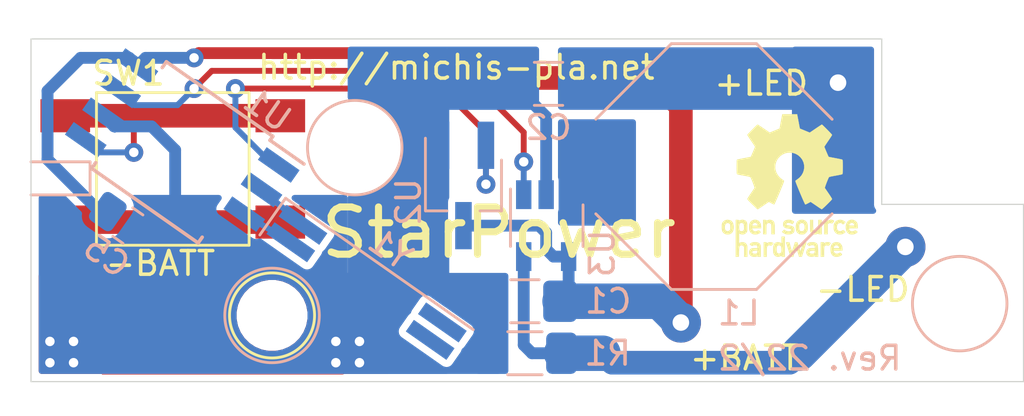
<source format=kicad_pcb>
(kicad_pcb (version 20171130) (host pcbnew "(5.1.12)-1")

  (general
    (thickness 1.6)
    (drawings 20)
    (tracks 91)
    (zones 0)
    (modules 18)
    (nets 11)
  )

  (page A4)
  (layers
    (0 F.Cu signal hide)
    (31 B.Cu signal)
    (32 B.Adhes user hide)
    (33 F.Adhes user hide)
    (34 B.Paste user)
    (35 F.Paste user hide)
    (36 B.SilkS user)
    (37 F.SilkS user hide)
    (38 B.Mask user)
    (39 F.Mask user hide)
    (40 Dwgs.User user hide)
    (41 Cmts.User user hide)
    (42 Eco1.User user hide)
    (43 Eco2.User user hide)
    (44 Edge.Cuts user)
    (45 Margin user hide)
    (46 B.CrtYd user)
    (47 F.CrtYd user hide)
    (48 B.Fab user)
    (49 F.Fab user hide)
  )

  (setup
    (last_trace_width 0.5)
    (user_trace_width 0.5)
    (user_trace_width 1)
    (user_trace_width 1.5)
    (trace_clearance 0.2)
    (zone_clearance 0.3)
    (zone_45_only yes)
    (trace_min 0.2)
    (via_size 0.8)
    (via_drill 0.4)
    (via_min_size 0.4)
    (via_min_drill 0.3)
    (user_via 2 1.3)
    (uvia_size 0.3)
    (uvia_drill 0.1)
    (uvias_allowed no)
    (uvia_min_size 0.2)
    (uvia_min_drill 0.1)
    (edge_width 0.05)
    (segment_width 0.2)
    (pcb_text_width 0.3)
    (pcb_text_size 1.5 1.5)
    (mod_edge_width 0.12)
    (mod_text_size 1 1)
    (mod_text_width 0.15)
    (pad_size 1.7 1.7)
    (pad_drill 0.7)
    (pad_to_mask_clearance 0)
    (aux_axis_origin 0 0)
    (visible_elements 7FFFFFFF)
    (pcbplotparams
      (layerselection 0x010fc_ffffffff)
      (usegerberextensions false)
      (usegerberattributes true)
      (usegerberadvancedattributes true)
      (creategerberjobfile true)
      (excludeedgelayer true)
      (linewidth 0.100000)
      (plotframeref false)
      (viasonmask false)
      (mode 1)
      (useauxorigin false)
      (hpglpennumber 1)
      (hpglpenspeed 20)
      (hpglpendiameter 15.000000)
      (psnegative false)
      (psa4output false)
      (plotreference true)
      (plotvalue true)
      (plotinvisibletext false)
      (padsonsilk false)
      (subtractmaskfromsilk false)
      (outputformat 1)
      (mirror false)
      (drillshape 1)
      (scaleselection 1)
      (outputdirectory ""))
  )

  (net 0 "")
  (net 1 GND)
  (net 2 +BATT)
  (net 3 +2V8)
  (net 4 ENABLE)
  (net 5 /XTAL2)
  (net 6 /XTAL1)
  (net 7 /SW)
  (net 8 /FB)
  (net 9 ~RESET)
  (net 10 /BUTTON)

  (net_class Default "This is the default net class."
    (clearance 0.2)
    (trace_width 0.25)
    (via_dia 0.8)
    (via_drill 0.4)
    (uvia_dia 0.3)
    (uvia_drill 0.1)
    (add_net +2V8)
    (add_net +BATT)
    (add_net /BUTTON)
    (add_net /FB)
    (add_net /SW)
    (add_net /XTAL1)
    (add_net /XTAL2)
    (add_net ENABLE)
    (add_net GND)
    (add_net ~RESET)
  )

  (module Symbol:OSHW-Logo_5.7x6mm_SilkScreen (layer F.Cu) (tedit 0) (tstamp 63850227)
    (at 132.1 106.2)
    (descr "Open Source Hardware Logo")
    (tags "Logo OSHW")
    (attr virtual)
    (fp_text reference REF** (at 0 0) (layer F.SilkS) hide
      (effects (font (size 1 1) (thickness 0.15)))
    )
    (fp_text value OSHW-Logo_5.7x6mm_SilkScreen (at 0.75 0) (layer F.Fab) hide
      (effects (font (size 1 1) (thickness 0.15)))
    )
    (fp_poly (pts (xy -1.908759 1.469184) (xy -1.882247 1.482282) (xy -1.849553 1.505106) (xy -1.825725 1.529996)
      (xy -1.809406 1.561249) (xy -1.79924 1.603166) (xy -1.793872 1.660044) (xy -1.791944 1.736184)
      (xy -1.791831 1.768917) (xy -1.792161 1.840656) (xy -1.793527 1.891927) (xy -1.7965 1.927404)
      (xy -1.801649 1.951763) (xy -1.809543 1.96968) (xy -1.817757 1.981902) (xy -1.870187 2.033905)
      (xy -1.93193 2.065184) (xy -1.998536 2.074592) (xy -2.065558 2.06098) (xy -2.086792 2.051354)
      (xy -2.137624 2.024859) (xy -2.137624 2.440052) (xy -2.100525 2.420868) (xy -2.051643 2.406025)
      (xy -1.991561 2.402222) (xy -1.931564 2.409243) (xy -1.886256 2.425013) (xy -1.848675 2.455047)
      (xy -1.816564 2.498024) (xy -1.81415 2.502436) (xy -1.803967 2.523221) (xy -1.79653 2.54417)
      (xy -1.791411 2.569548) (xy -1.788181 2.603618) (xy -1.786413 2.650641) (xy -1.785677 2.714882)
      (xy -1.785544 2.787176) (xy -1.785544 3.017822) (xy -1.923861 3.017822) (xy -1.923861 2.592533)
      (xy -1.962549 2.559979) (xy -2.002738 2.53394) (xy -2.040797 2.529205) (xy -2.079066 2.541389)
      (xy -2.099462 2.55332) (xy -2.114642 2.570313) (xy -2.125438 2.595995) (xy -2.132683 2.633991)
      (xy -2.137208 2.687926) (xy -2.139844 2.761425) (xy -2.140772 2.810347) (xy -2.143911 3.011535)
      (xy -2.209926 3.015336) (xy -2.27594 3.019136) (xy -2.27594 1.77065) (xy -2.137624 1.77065)
      (xy -2.134097 1.840254) (xy -2.122215 1.888569) (xy -2.10002 1.918631) (xy -2.065559 1.933471)
      (xy -2.030742 1.936436) (xy -1.991329 1.933028) (xy -1.965171 1.919617) (xy -1.948814 1.901896)
      (xy -1.935937 1.882835) (xy -1.928272 1.861601) (xy -1.924861 1.831849) (xy -1.924749 1.787236)
      (xy -1.925897 1.74988) (xy -1.928532 1.693604) (xy -1.932456 1.656658) (xy -1.939063 1.633223)
      (xy -1.949749 1.61748) (xy -1.959833 1.60838) (xy -2.00197 1.588537) (xy -2.05184 1.585332)
      (xy -2.080476 1.592168) (xy -2.108828 1.616464) (xy -2.127609 1.663728) (xy -2.136712 1.733624)
      (xy -2.137624 1.77065) (xy -2.27594 1.77065) (xy -2.27594 1.458614) (xy -2.206782 1.458614)
      (xy -2.16526 1.460256) (xy -2.143838 1.466087) (xy -2.137626 1.477461) (xy -2.137624 1.477798)
      (xy -2.134742 1.488938) (xy -2.12203 1.487673) (xy -2.096757 1.475433) (xy -2.037869 1.456707)
      (xy -1.971615 1.454739) (xy -1.908759 1.469184)) (layer F.SilkS) (width 0.01))
    (fp_poly (pts (xy -1.38421 2.406555) (xy -1.325055 2.422339) (xy -1.280023 2.450948) (xy -1.248246 2.488419)
      (xy -1.238366 2.504411) (xy -1.231073 2.521163) (xy -1.225974 2.542592) (xy -1.222679 2.572616)
      (xy -1.220797 2.615154) (xy -1.219937 2.674122) (xy -1.219707 2.75344) (xy -1.219703 2.774484)
      (xy -1.219703 3.017822) (xy -1.280059 3.017822) (xy -1.318557 3.015126) (xy -1.347023 3.008295)
      (xy -1.354155 3.004083) (xy -1.373652 2.996813) (xy -1.393566 3.004083) (xy -1.426353 3.01316)
      (xy -1.473978 3.016813) (xy -1.526764 3.015228) (xy -1.575036 3.008589) (xy -1.603218 3.000072)
      (xy -1.657753 2.965063) (xy -1.691835 2.916479) (xy -1.707157 2.851882) (xy -1.707299 2.850223)
      (xy -1.705955 2.821566) (xy -1.584356 2.821566) (xy -1.573726 2.854161) (xy -1.55641 2.872505)
      (xy -1.521652 2.886379) (xy -1.475773 2.891917) (xy -1.428988 2.889191) (xy -1.391514 2.878274)
      (xy -1.381015 2.871269) (xy -1.362668 2.838904) (xy -1.35802 2.802111) (xy -1.35802 2.753763)
      (xy -1.427582 2.753763) (xy -1.493667 2.75885) (xy -1.543764 2.773263) (xy -1.574929 2.795729)
      (xy -1.584356 2.821566) (xy -1.705955 2.821566) (xy -1.703987 2.779647) (xy -1.68071 2.723845)
      (xy -1.636948 2.681647) (xy -1.630899 2.677808) (xy -1.604907 2.665309) (xy -1.572735 2.65774)
      (xy -1.52776 2.654061) (xy -1.474331 2.653216) (xy -1.35802 2.653169) (xy -1.35802 2.604411)
      (xy -1.362953 2.566581) (xy -1.375543 2.541236) (xy -1.377017 2.539887) (xy -1.405034 2.5288)
      (xy -1.447326 2.524503) (xy -1.494064 2.526615) (xy -1.535418 2.534756) (xy -1.559957 2.546965)
      (xy -1.573253 2.556746) (xy -1.587294 2.558613) (xy -1.606671 2.5506) (xy -1.635976 2.530739)
      (xy -1.679803 2.497063) (xy -1.683825 2.493909) (xy -1.681764 2.482236) (xy -1.664568 2.462822)
      (xy -1.638433 2.441248) (xy -1.609552 2.423096) (xy -1.600478 2.418809) (xy -1.56738 2.410256)
      (xy -1.51888 2.404155) (xy -1.464695 2.401708) (xy -1.462161 2.401703) (xy -1.38421 2.406555)) (layer F.SilkS) (width 0.01))
    (fp_poly (pts (xy -0.993356 2.40302) (xy -0.974539 2.40866) (xy -0.968473 2.421053) (xy -0.968218 2.426647)
      (xy -0.967129 2.44223) (xy -0.959632 2.444676) (xy -0.939381 2.433993) (xy -0.927351 2.426694)
      (xy -0.8894 2.411063) (xy -0.844072 2.403334) (xy -0.796544 2.40274) (xy -0.751995 2.408513)
      (xy -0.715602 2.419884) (xy -0.692543 2.436088) (xy -0.687996 2.456355) (xy -0.690291 2.461843)
      (xy -0.70702 2.484626) (xy -0.732963 2.512647) (xy -0.737655 2.517177) (xy -0.762383 2.538005)
      (xy -0.783718 2.544735) (xy -0.813555 2.540038) (xy -0.825508 2.536917) (xy -0.862705 2.529421)
      (xy -0.888859 2.532792) (xy -0.910946 2.544681) (xy -0.931178 2.560635) (xy -0.946079 2.5807)
      (xy -0.956434 2.608702) (xy -0.963029 2.648467) (xy -0.966649 2.703823) (xy -0.968078 2.778594)
      (xy -0.968218 2.82374) (xy -0.968218 3.017822) (xy -1.09396 3.017822) (xy -1.09396 2.401683)
      (xy -1.031089 2.401683) (xy -0.993356 2.40302)) (layer F.SilkS) (width 0.01))
    (fp_poly (pts (xy -0.201188 3.017822) (xy -0.270346 3.017822) (xy -0.310488 3.016645) (xy -0.331394 3.011772)
      (xy -0.338922 3.001186) (xy -0.339505 2.994029) (xy -0.340774 2.979676) (xy -0.348779 2.976923)
      (xy -0.369815 2.985771) (xy -0.386173 2.994029) (xy -0.448977 3.013597) (xy -0.517248 3.014729)
      (xy -0.572752 3.000135) (xy -0.624438 2.964877) (xy -0.663838 2.912835) (xy -0.685413 2.85145)
      (xy -0.685962 2.848018) (xy -0.689167 2.810571) (xy -0.690761 2.756813) (xy -0.690633 2.716155)
      (xy -0.553279 2.716155) (xy -0.550097 2.770194) (xy -0.542859 2.814735) (xy -0.53306 2.839888)
      (xy -0.495989 2.87426) (xy -0.451974 2.886582) (xy -0.406584 2.876618) (xy -0.367797 2.846895)
      (xy -0.353108 2.826905) (xy -0.344519 2.80305) (xy -0.340496 2.76823) (xy -0.339505 2.71593)
      (xy -0.341278 2.664139) (xy -0.345963 2.618634) (xy -0.352603 2.588181) (xy -0.35371 2.585452)
      (xy -0.380491 2.553) (xy -0.419579 2.535183) (xy -0.463315 2.532306) (xy -0.504038 2.544674)
      (xy -0.534087 2.572593) (xy -0.537204 2.578148) (xy -0.546961 2.612022) (xy -0.552277 2.660728)
      (xy -0.553279 2.716155) (xy -0.690633 2.716155) (xy -0.690568 2.69554) (xy -0.689664 2.662563)
      (xy -0.683514 2.580981) (xy -0.670733 2.51973) (xy -0.649471 2.474449) (xy -0.617878 2.440779)
      (xy -0.587207 2.421014) (xy -0.544354 2.40712) (xy -0.491056 2.402354) (xy -0.43648 2.406236)
      (xy -0.389792 2.418282) (xy -0.365124 2.432693) (xy -0.339505 2.455878) (xy -0.339505 2.162773)
      (xy -0.201188 2.162773) (xy -0.201188 3.017822)) (layer F.SilkS) (width 0.01))
    (fp_poly (pts (xy 0.281524 2.404237) (xy 0.331255 2.407971) (xy 0.461291 2.797773) (xy 0.481678 2.728614)
      (xy 0.493946 2.685874) (xy 0.510085 2.628115) (xy 0.527512 2.564625) (xy 0.536726 2.53057)
      (xy 0.571388 2.401683) (xy 0.714391 2.401683) (xy 0.671646 2.536857) (xy 0.650596 2.603342)
      (xy 0.625167 2.683539) (xy 0.59861 2.767193) (xy 0.574902 2.841782) (xy 0.520902 3.011535)
      (xy 0.462598 3.015328) (xy 0.404295 3.019122) (xy 0.372679 2.914734) (xy 0.353182 2.849889)
      (xy 0.331904 2.7784) (xy 0.313308 2.715263) (xy 0.312574 2.71275) (xy 0.298684 2.669969)
      (xy 0.286429 2.640779) (xy 0.277846 2.629741) (xy 0.276082 2.631018) (xy 0.269891 2.64813)
      (xy 0.258128 2.684787) (xy 0.242225 2.736378) (xy 0.223614 2.798294) (xy 0.213543 2.832352)
      (xy 0.159007 3.017822) (xy 0.043264 3.017822) (xy -0.049263 2.725471) (xy -0.075256 2.643462)
      (xy -0.098934 2.568987) (xy -0.11918 2.505544) (xy -0.134874 2.456632) (xy -0.144898 2.425749)
      (xy -0.147945 2.416726) (xy -0.145533 2.407487) (xy -0.126592 2.403441) (xy -0.087177 2.403846)
      (xy -0.081007 2.404152) (xy -0.007914 2.407971) (xy 0.039957 2.58401) (xy 0.057553 2.648211)
      (xy 0.073277 2.704649) (xy 0.085746 2.748422) (xy 0.093574 2.77463) (xy 0.09502 2.778903)
      (xy 0.101014 2.77399) (xy 0.113101 2.748532) (xy 0.129893 2.705997) (xy 0.150003 2.64985)
      (xy 0.167003 2.59913) (xy 0.231794 2.400504) (xy 0.281524 2.404237)) (layer F.SilkS) (width 0.01))
    (fp_poly (pts (xy 1.038411 2.405417) (xy 1.091411 2.41829) (xy 1.106731 2.42511) (xy 1.136428 2.442974)
      (xy 1.15922 2.463093) (xy 1.176083 2.488962) (xy 1.187998 2.524073) (xy 1.195942 2.57192)
      (xy 1.200894 2.635996) (xy 1.203831 2.719794) (xy 1.204947 2.775768) (xy 1.209052 3.017822)
      (xy 1.138932 3.017822) (xy 1.096393 3.016038) (xy 1.074476 3.009942) (xy 1.068812 2.999706)
      (xy 1.065821 2.988637) (xy 1.052451 2.990754) (xy 1.034233 2.999629) (xy 0.988624 3.013233)
      (xy 0.930007 3.016899) (xy 0.868354 3.010903) (xy 0.813638 2.995521) (xy 0.80873 2.993386)
      (xy 0.758723 2.958255) (xy 0.725756 2.909419) (xy 0.710587 2.852333) (xy 0.711746 2.831824)
      (xy 0.835508 2.831824) (xy 0.846413 2.859425) (xy 0.878745 2.879204) (xy 0.93091 2.889819)
      (xy 0.958787 2.891228) (xy 1.005247 2.88762) (xy 1.036129 2.873597) (xy 1.043664 2.866931)
      (xy 1.064076 2.830666) (xy 1.068812 2.797773) (xy 1.068812 2.753763) (xy 1.007513 2.753763)
      (xy 0.936256 2.757395) (xy 0.886276 2.768818) (xy 0.854696 2.788824) (xy 0.847626 2.797743)
      (xy 0.835508 2.831824) (xy 0.711746 2.831824) (xy 0.713971 2.792456) (xy 0.736663 2.735244)
      (xy 0.767624 2.69658) (xy 0.786376 2.679864) (xy 0.804733 2.668878) (xy 0.828619 2.66218)
      (xy 0.863957 2.658326) (xy 0.916669 2.655873) (xy 0.937577 2.655168) (xy 1.068812 2.650879)
      (xy 1.06862 2.611158) (xy 1.063537 2.569405) (xy 1.045162 2.544158) (xy 1.008039 2.52803)
      (xy 1.007043 2.527742) (xy 0.95441 2.5214) (xy 0.902906 2.529684) (xy 0.86463 2.549827)
      (xy 0.849272 2.559773) (xy 0.83273 2.558397) (xy 0.807275 2.543987) (xy 0.792328 2.533817)
      (xy 0.763091 2.512088) (xy 0.74498 2.4958) (xy 0.742074 2.491137) (xy 0.75404 2.467005)
      (xy 0.789396 2.438185) (xy 0.804753 2.428461) (xy 0.848901 2.411714) (xy 0.908398 2.402227)
      (xy 0.974487 2.400095) (xy 1.038411 2.405417)) (layer F.SilkS) (width 0.01))
    (fp_poly (pts (xy 1.635255 2.401486) (xy 1.683595 2.411015) (xy 1.711114 2.425125) (xy 1.740064 2.448568)
      (xy 1.698876 2.500571) (xy 1.673482 2.532064) (xy 1.656238 2.547428) (xy 1.639102 2.549776)
      (xy 1.614027 2.542217) (xy 1.602257 2.537941) (xy 1.55427 2.531631) (xy 1.510324 2.545156)
      (xy 1.47806 2.57571) (xy 1.472819 2.585452) (xy 1.467112 2.611258) (xy 1.462706 2.658817)
      (xy 1.459811 2.724758) (xy 1.458631 2.80571) (xy 1.458614 2.817226) (xy 1.458614 3.017822)
      (xy 1.320297 3.017822) (xy 1.320297 2.401683) (xy 1.389456 2.401683) (xy 1.429333 2.402725)
      (xy 1.450107 2.407358) (xy 1.457789 2.417849) (xy 1.458614 2.427745) (xy 1.458614 2.453806)
      (xy 1.491745 2.427745) (xy 1.529735 2.409965) (xy 1.58077 2.401174) (xy 1.635255 2.401486)) (layer F.SilkS) (width 0.01))
    (fp_poly (pts (xy 2.032581 2.40497) (xy 2.092685 2.420597) (xy 2.143021 2.452848) (xy 2.167393 2.47694)
      (xy 2.207345 2.533895) (xy 2.230242 2.599965) (xy 2.238108 2.681182) (xy 2.238148 2.687748)
      (xy 2.238218 2.753763) (xy 1.858264 2.753763) (xy 1.866363 2.788342) (xy 1.880987 2.819659)
      (xy 1.906581 2.852291) (xy 1.911935 2.8575) (xy 1.957943 2.885694) (xy 2.01041 2.890475)
      (xy 2.070803 2.871926) (xy 2.08104 2.866931) (xy 2.112439 2.851745) (xy 2.13347 2.843094)
      (xy 2.137139 2.842293) (xy 2.149948 2.850063) (xy 2.174378 2.869072) (xy 2.186779 2.87946)
      (xy 2.212476 2.903321) (xy 2.220915 2.919077) (xy 2.215058 2.933571) (xy 2.211928 2.937534)
      (xy 2.190725 2.954879) (xy 2.155738 2.975959) (xy 2.131337 2.988265) (xy 2.062072 3.009946)
      (xy 1.985388 3.016971) (xy 1.912765 3.008647) (xy 1.892426 3.002686) (xy 1.829476 2.968952)
      (xy 1.782815 2.917045) (xy 1.752173 2.846459) (xy 1.737282 2.756692) (xy 1.735647 2.709753)
      (xy 1.740421 2.641413) (xy 1.86099 2.641413) (xy 1.872652 2.646465) (xy 1.903998 2.650429)
      (xy 1.949571 2.652768) (xy 1.980446 2.653169) (xy 2.035981 2.652783) (xy 2.071033 2.650975)
      (xy 2.090262 2.646773) (xy 2.09833 2.639203) (xy 2.099901 2.628218) (xy 2.089121 2.594381)
      (xy 2.06198 2.56094) (xy 2.026277 2.535272) (xy 1.99056 2.524772) (xy 1.942048 2.534086)
      (xy 1.900053 2.561013) (xy 1.870936 2.599827) (xy 1.86099 2.641413) (xy 1.740421 2.641413)
      (xy 1.742599 2.610236) (xy 1.764055 2.530949) (xy 1.80047 2.471263) (xy 1.852297 2.430549)
      (xy 1.91999 2.408179) (xy 1.956662 2.403871) (xy 2.032581 2.40497)) (layer F.SilkS) (width 0.01))
    (fp_poly (pts (xy -2.538261 1.465148) (xy -2.472479 1.494231) (xy -2.42254 1.542793) (xy -2.388374 1.610908)
      (xy -2.369907 1.698651) (xy -2.368583 1.712351) (xy -2.367546 1.808939) (xy -2.380993 1.893602)
      (xy -2.408108 1.962221) (xy -2.422627 1.984294) (xy -2.473201 2.031011) (xy -2.537609 2.061268)
      (xy -2.609666 2.073824) (xy -2.683185 2.067439) (xy -2.739072 2.047772) (xy -2.787132 2.014629)
      (xy -2.826412 1.971175) (xy -2.827092 1.970158) (xy -2.843044 1.943338) (xy -2.85341 1.916368)
      (xy -2.859688 1.882332) (xy -2.863373 1.83431) (xy -2.864997 1.794931) (xy -2.865672 1.759219)
      (xy -2.739955 1.759219) (xy -2.738726 1.79477) (xy -2.734266 1.842094) (xy -2.726397 1.872465)
      (xy -2.712207 1.894072) (xy -2.698917 1.906694) (xy -2.651802 1.933122) (xy -2.602505 1.936653)
      (xy -2.556593 1.917639) (xy -2.533638 1.896331) (xy -2.517096 1.874859) (xy -2.507421 1.854313)
      (xy -2.503174 1.827574) (xy -2.50292 1.787523) (xy -2.504228 1.750638) (xy -2.507043 1.697947)
      (xy -2.511505 1.663772) (xy -2.519548 1.64148) (xy -2.533103 1.624442) (xy -2.543845 1.614703)
      (xy -2.588777 1.589123) (xy -2.637249 1.587847) (xy -2.677894 1.602999) (xy -2.712567 1.634642)
      (xy -2.733224 1.68662) (xy -2.739955 1.759219) (xy -2.865672 1.759219) (xy -2.866479 1.716621)
      (xy -2.863948 1.658056) (xy -2.856362 1.614007) (xy -2.842681 1.579248) (xy -2.821865 1.548551)
      (xy -2.814147 1.539436) (xy -2.765889 1.494021) (xy -2.714128 1.467493) (xy -2.650828 1.456379)
      (xy -2.619961 1.455471) (xy -2.538261 1.465148)) (layer F.SilkS) (width 0.01))
    (fp_poly (pts (xy -1.356699 1.472614) (xy -1.344168 1.478514) (xy -1.300799 1.510283) (xy -1.25979 1.556646)
      (xy -1.229168 1.607696) (xy -1.220459 1.631166) (xy -1.212512 1.673091) (xy -1.207774 1.723757)
      (xy -1.207199 1.744679) (xy -1.207129 1.810693) (xy -1.587083 1.810693) (xy -1.578983 1.845273)
      (xy -1.559104 1.88617) (xy -1.524347 1.921514) (xy -1.482998 1.944282) (xy -1.456649 1.94901)
      (xy -1.420916 1.943273) (xy -1.378282 1.928882) (xy -1.363799 1.922262) (xy -1.31024 1.895513)
      (xy -1.264533 1.930376) (xy -1.238158 1.953955) (xy -1.224124 1.973417) (xy -1.223414 1.979129)
      (xy -1.235951 1.992973) (xy -1.263428 2.014012) (xy -1.288366 2.030425) (xy -1.355664 2.05993)
      (xy -1.43111 2.073284) (xy -1.505888 2.069812) (xy -1.565495 2.051663) (xy -1.626941 2.012784)
      (xy -1.670608 1.961595) (xy -1.697926 1.895367) (xy -1.710322 1.811371) (xy -1.711421 1.772936)
      (xy -1.707022 1.684861) (xy -1.706482 1.682299) (xy -1.580582 1.682299) (xy -1.577115 1.690558)
      (xy -1.562863 1.695113) (xy -1.53347 1.697065) (xy -1.484575 1.697517) (xy -1.465748 1.697525)
      (xy -1.408467 1.696843) (xy -1.372141 1.694364) (xy -1.352604 1.689443) (xy -1.34569 1.681434)
      (xy -1.345445 1.678862) (xy -1.353336 1.658423) (xy -1.373085 1.629789) (xy -1.381575 1.619763)
      (xy -1.413094 1.591408) (xy -1.445949 1.580259) (xy -1.463651 1.579327) (xy -1.511539 1.590981)
      (xy -1.551699 1.622285) (xy -1.577173 1.667752) (xy -1.577625 1.669233) (xy -1.580582 1.682299)
      (xy -1.706482 1.682299) (xy -1.692392 1.61551) (xy -1.666038 1.560025) (xy -1.633807 1.520639)
      (xy -1.574217 1.477931) (xy -1.504168 1.455109) (xy -1.429661 1.453046) (xy -1.356699 1.472614)) (layer F.SilkS) (width 0.01))
    (fp_poly (pts (xy 0.014017 1.456452) (xy 0.061634 1.465482) (xy 0.111034 1.48437) (xy 0.116312 1.486777)
      (xy 0.153774 1.506476) (xy 0.179717 1.524781) (xy 0.188103 1.536508) (xy 0.180117 1.555632)
      (xy 0.16072 1.58385) (xy 0.15211 1.594384) (xy 0.116628 1.635847) (xy 0.070885 1.608858)
      (xy 0.02735 1.590878) (xy -0.02295 1.581267) (xy -0.071188 1.58066) (xy -0.108533 1.589691)
      (xy -0.117495 1.595327) (xy -0.134563 1.621171) (xy -0.136637 1.650941) (xy -0.123866 1.674197)
      (xy -0.116312 1.678708) (xy -0.093675 1.684309) (xy -0.053885 1.690892) (xy -0.004834 1.697183)
      (xy 0.004215 1.69817) (xy 0.082996 1.711798) (xy 0.140136 1.734946) (xy 0.17803 1.769752)
      (xy 0.199079 1.818354) (xy 0.205635 1.877718) (xy 0.196577 1.945198) (xy 0.167164 1.998188)
      (xy 0.117278 2.036783) (xy 0.0468 2.061081) (xy -0.031435 2.070667) (xy -0.095234 2.070552)
      (xy -0.146984 2.061845) (xy -0.182327 2.049825) (xy -0.226983 2.02888) (xy -0.268253 2.004574)
      (xy -0.282921 1.993876) (xy -0.320643 1.963084) (xy -0.275148 1.917049) (xy -0.229653 1.871013)
      (xy -0.177928 1.905243) (xy -0.126048 1.930952) (xy -0.070649 1.944399) (xy -0.017395 1.945818)
      (xy 0.028049 1.935443) (xy 0.060016 1.913507) (xy 0.070338 1.894998) (xy 0.068789 1.865314)
      (xy 0.04314 1.842615) (xy -0.00654 1.82694) (xy -0.060969 1.819695) (xy -0.144736 1.805873)
      (xy -0.206967 1.779796) (xy -0.248493 1.740699) (xy -0.270147 1.68782) (xy -0.273147 1.625126)
      (xy -0.258329 1.559642) (xy -0.224546 1.510144) (xy -0.171495 1.476408) (xy -0.098874 1.458207)
      (xy -0.045072 1.454639) (xy 0.014017 1.456452)) (layer F.SilkS) (width 0.01))
    (fp_poly (pts (xy 0.610762 1.466055) (xy 0.674363 1.500692) (xy 0.724123 1.555372) (xy 0.747568 1.599842)
      (xy 0.757634 1.639121) (xy 0.764156 1.695116) (xy 0.766951 1.759621) (xy 0.765836 1.824429)
      (xy 0.760626 1.881334) (xy 0.754541 1.911727) (xy 0.734014 1.953306) (xy 0.698463 1.997468)
      (xy 0.655619 2.036087) (xy 0.613211 2.061034) (xy 0.612177 2.06143) (xy 0.559553 2.072331)
      (xy 0.497188 2.072601) (xy 0.437924 2.062676) (xy 0.41504 2.054722) (xy 0.356102 2.0213)
      (xy 0.31389 1.977511) (xy 0.286156 1.919538) (xy 0.270651 1.843565) (xy 0.267143 1.803771)
      (xy 0.26759 1.753766) (xy 0.402376 1.753766) (xy 0.406917 1.826732) (xy 0.419986 1.882334)
      (xy 0.440756 1.917861) (xy 0.455552 1.92802) (xy 0.493464 1.935104) (xy 0.538527 1.933007)
      (xy 0.577487 1.922812) (xy 0.587704 1.917204) (xy 0.614659 1.884538) (xy 0.632451 1.834545)
      (xy 0.640024 1.773705) (xy 0.636325 1.708497) (xy 0.628057 1.669253) (xy 0.60432 1.623805)
      (xy 0.566849 1.595396) (xy 0.52172 1.585573) (xy 0.475011 1.595887) (xy 0.439132 1.621112)
      (xy 0.420277 1.641925) (xy 0.409272 1.662439) (xy 0.404026 1.690203) (xy 0.402449 1.732762)
      (xy 0.402376 1.753766) (xy 0.26759 1.753766) (xy 0.268094 1.69758) (xy 0.285388 1.610501)
      (xy 0.319029 1.54253) (xy 0.369018 1.493664) (xy 0.435356 1.463899) (xy 0.449601 1.460448)
      (xy 0.53521 1.452345) (xy 0.610762 1.466055)) (layer F.SilkS) (width 0.01))
    (fp_poly (pts (xy 0.993367 1.654342) (xy 0.994555 1.746563) (xy 0.998897 1.81661) (xy 1.007558 1.867381)
      (xy 1.021704 1.901772) (xy 1.0425 1.922679) (xy 1.07111 1.933) (xy 1.106535 1.935636)
      (xy 1.143636 1.932682) (xy 1.171818 1.921889) (xy 1.192243 1.90036) (xy 1.206079 1.865199)
      (xy 1.214491 1.81351) (xy 1.218643 1.742394) (xy 1.219703 1.654342) (xy 1.219703 1.458614)
      (xy 1.35802 1.458614) (xy 1.35802 2.062179) (xy 1.288862 2.062179) (xy 1.24717 2.060489)
      (xy 1.225701 2.054556) (xy 1.219703 2.043293) (xy 1.216091 2.033261) (xy 1.201714 2.035383)
      (xy 1.172736 2.04958) (xy 1.106319 2.07148) (xy 1.035875 2.069928) (xy 0.968377 2.046147)
      (xy 0.936233 2.027362) (xy 0.911715 2.007022) (xy 0.893804 1.981573) (xy 0.881479 1.947458)
      (xy 0.873723 1.901121) (xy 0.869516 1.839007) (xy 0.86784 1.757561) (xy 0.867624 1.694578)
      (xy 0.867624 1.458614) (xy 0.993367 1.458614) (xy 0.993367 1.654342)) (layer F.SilkS) (width 0.01))
    (fp_poly (pts (xy 2.217226 1.46388) (xy 2.29008 1.49483) (xy 2.313027 1.509895) (xy 2.342354 1.533048)
      (xy 2.360764 1.551253) (xy 2.363961 1.557183) (xy 2.354935 1.57034) (xy 2.331837 1.592667)
      (xy 2.313344 1.60825) (xy 2.262728 1.648926) (xy 2.22276 1.615295) (xy 2.191874 1.593584)
      (xy 2.161759 1.58609) (xy 2.127292 1.58792) (xy 2.072561 1.601528) (xy 2.034886 1.629772)
      (xy 2.011991 1.675433) (xy 2.001597 1.741289) (xy 2.001595 1.741331) (xy 2.002494 1.814939)
      (xy 2.016463 1.868946) (xy 2.044328 1.905716) (xy 2.063325 1.918168) (xy 2.113776 1.933673)
      (xy 2.167663 1.933683) (xy 2.214546 1.918638) (xy 2.225644 1.911287) (xy 2.253476 1.892511)
      (xy 2.275236 1.889434) (xy 2.298704 1.903409) (xy 2.324649 1.92851) (xy 2.365716 1.97088)
      (xy 2.320121 2.008464) (xy 2.249674 2.050882) (xy 2.170233 2.071785) (xy 2.087215 2.070272)
      (xy 2.032694 2.056411) (xy 1.96897 2.022135) (xy 1.918005 1.968212) (xy 1.894851 1.930149)
      (xy 1.876099 1.875536) (xy 1.866715 1.806369) (xy 1.866643 1.731407) (xy 1.875824 1.659409)
      (xy 1.894199 1.599137) (xy 1.897093 1.592958) (xy 1.939952 1.532351) (xy 1.997979 1.488224)
      (xy 2.066591 1.461493) (xy 2.141201 1.453073) (xy 2.217226 1.46388)) (layer F.SilkS) (width 0.01))
    (fp_poly (pts (xy 2.677898 1.456457) (xy 2.710096 1.464279) (xy 2.771825 1.492921) (xy 2.82461 1.536667)
      (xy 2.861141 1.589117) (xy 2.86616 1.600893) (xy 2.873045 1.63174) (xy 2.877864 1.677371)
      (xy 2.879505 1.723492) (xy 2.879505 1.810693) (xy 2.697178 1.810693) (xy 2.621979 1.810978)
      (xy 2.569003 1.812704) (xy 2.535325 1.817181) (xy 2.51802 1.82572) (xy 2.514163 1.83963)
      (xy 2.520829 1.860222) (xy 2.53277 1.884315) (xy 2.56608 1.924525) (xy 2.612368 1.944558)
      (xy 2.668944 1.943905) (xy 2.733031 1.922101) (xy 2.788417 1.895193) (xy 2.834375 1.931532)
      (xy 2.880333 1.967872) (xy 2.837096 2.007819) (xy 2.779374 2.045563) (xy 2.708386 2.06832)
      (xy 2.632029 2.074688) (xy 2.558199 2.063268) (xy 2.546287 2.059393) (xy 2.481399 2.025506)
      (xy 2.43313 1.974986) (xy 2.400465 1.906325) (xy 2.382385 1.818014) (xy 2.382175 1.816121)
      (xy 2.380556 1.719878) (xy 2.3871 1.685542) (xy 2.514852 1.685542) (xy 2.526584 1.690822)
      (xy 2.558438 1.694867) (xy 2.605397 1.697176) (xy 2.635154 1.697525) (xy 2.690648 1.697306)
      (xy 2.725346 1.695916) (xy 2.743601 1.692251) (xy 2.749766 1.68521) (xy 2.748195 1.67369)
      (xy 2.746878 1.669233) (xy 2.724382 1.627355) (xy 2.689003 1.593604) (xy 2.65778 1.578773)
      (xy 2.616301 1.579668) (xy 2.574269 1.598164) (xy 2.539012 1.628786) (xy 2.517854 1.666062)
      (xy 2.514852 1.685542) (xy 2.3871 1.685542) (xy 2.39669 1.635229) (xy 2.428698 1.564191)
      (xy 2.474701 1.508779) (xy 2.532821 1.471009) (xy 2.60118 1.452896) (xy 2.677898 1.456457)) (layer F.SilkS) (width 0.01))
    (fp_poly (pts (xy -0.754012 1.469002) (xy -0.722717 1.48395) (xy -0.692409 1.505541) (xy -0.669318 1.530391)
      (xy -0.6525 1.562087) (xy -0.641006 1.604214) (xy -0.633891 1.660358) (xy -0.630207 1.734106)
      (xy -0.629008 1.829044) (xy -0.628989 1.838985) (xy -0.628713 2.062179) (xy -0.76703 2.062179)
      (xy -0.76703 1.856418) (xy -0.767128 1.780189) (xy -0.767809 1.724939) (xy -0.769651 1.686501)
      (xy -0.773233 1.660706) (xy -0.779132 1.643384) (xy -0.787927 1.630368) (xy -0.80018 1.617507)
      (xy -0.843047 1.589873) (xy -0.889843 1.584745) (xy -0.934424 1.602217) (xy -0.949928 1.615221)
      (xy -0.96131 1.627447) (xy -0.969481 1.64054) (xy -0.974974 1.658615) (xy -0.97832 1.685787)
      (xy -0.980051 1.72617) (xy -0.980697 1.783879) (xy -0.980792 1.854132) (xy -0.980792 2.062179)
      (xy -1.119109 2.062179) (xy -1.119109 1.458614) (xy -1.04995 1.458614) (xy -1.008428 1.460256)
      (xy -0.987006 1.466087) (xy -0.980795 1.477461) (xy -0.980792 1.477798) (xy -0.97791 1.488938)
      (xy -0.965199 1.487674) (xy -0.939926 1.475434) (xy -0.882605 1.457424) (xy -0.817037 1.455421)
      (xy -0.754012 1.469002)) (layer F.SilkS) (width 0.01))
    (fp_poly (pts (xy 1.79946 1.45803) (xy 1.842711 1.471245) (xy 1.870558 1.487941) (xy 1.879629 1.501145)
      (xy 1.877132 1.516797) (xy 1.860931 1.541385) (xy 1.847232 1.5588) (xy 1.818992 1.590283)
      (xy 1.797775 1.603529) (xy 1.779688 1.602664) (xy 1.726035 1.58901) (xy 1.68663 1.58963)
      (xy 1.654632 1.605104) (xy 1.64389 1.614161) (xy 1.609505 1.646027) (xy 1.609505 2.062179)
      (xy 1.471188 2.062179) (xy 1.471188 1.458614) (xy 1.540347 1.458614) (xy 1.581869 1.460256)
      (xy 1.603291 1.466087) (xy 1.609502 1.477461) (xy 1.609505 1.477798) (xy 1.612439 1.489713)
      (xy 1.625704 1.488159) (xy 1.644084 1.479563) (xy 1.682046 1.463568) (xy 1.712872 1.453945)
      (xy 1.752536 1.451478) (xy 1.79946 1.45803)) (layer F.SilkS) (width 0.01))
    (fp_poly (pts (xy 0.376964 -2.709982) (xy 0.433812 -2.40843) (xy 0.853338 -2.235488) (xy 1.104984 -2.406605)
      (xy 1.175458 -2.45425) (xy 1.239163 -2.49679) (xy 1.293126 -2.532285) (xy 1.334373 -2.55879)
      (xy 1.359934 -2.574364) (xy 1.366895 -2.577722) (xy 1.379435 -2.569086) (xy 1.406231 -2.545208)
      (xy 1.44428 -2.509141) (xy 1.490579 -2.463933) (xy 1.542123 -2.412636) (xy 1.595909 -2.358299)
      (xy 1.648935 -2.303972) (xy 1.698195 -2.252705) (xy 1.740687 -2.207549) (xy 1.773407 -2.171554)
      (xy 1.793351 -2.14777) (xy 1.798119 -2.13981) (xy 1.791257 -2.125135) (xy 1.77202 -2.092986)
      (xy 1.74243 -2.046508) (xy 1.70451 -1.988844) (xy 1.660282 -1.92314) (xy 1.634654 -1.885664)
      (xy 1.587941 -1.817232) (xy 1.546432 -1.75548) (xy 1.51214 -1.703481) (xy 1.48708 -1.664308)
      (xy 1.473264 -1.641035) (xy 1.471188 -1.636145) (xy 1.475895 -1.622245) (xy 1.488723 -1.58985)
      (xy 1.507738 -1.543515) (xy 1.531003 -1.487794) (xy 1.556584 -1.427242) (xy 1.582545 -1.366414)
      (xy 1.60695 -1.309864) (xy 1.627863 -1.262148) (xy 1.643349 -1.227819) (xy 1.651472 -1.211432)
      (xy 1.651952 -1.210788) (xy 1.664707 -1.207659) (xy 1.698677 -1.200679) (xy 1.75034 -1.190533)
      (xy 1.816176 -1.177908) (xy 1.892664 -1.163491) (xy 1.93729 -1.155177) (xy 2.019021 -1.139616)
      (xy 2.092843 -1.124808) (xy 2.155021 -1.111564) (xy 2.201822 -1.100695) (xy 2.229509 -1.093011)
      (xy 2.235074 -1.090573) (xy 2.240526 -1.07407) (xy 2.244924 -1.0368) (xy 2.248272 -0.98312)
      (xy 2.250574 -0.917388) (xy 2.251832 -0.843963) (xy 2.252048 -0.767204) (xy 2.251227 -0.691468)
      (xy 2.249371 -0.621114) (xy 2.246482 -0.5605) (xy 2.242565 -0.513984) (xy 2.237622 -0.485925)
      (xy 2.234657 -0.480084) (xy 2.216934 -0.473083) (xy 2.179381 -0.463073) (xy 2.126964 -0.451231)
      (xy 2.064652 -0.438733) (xy 2.0429 -0.43469) (xy 1.938024 -0.41548) (xy 1.85518 -0.400009)
      (xy 1.79163 -0.387663) (xy 1.744637 -0.377827) (xy 1.711463 -0.369886) (xy 1.689371 -0.363224)
      (xy 1.675624 -0.357227) (xy 1.667484 -0.351281) (xy 1.666345 -0.350106) (xy 1.654977 -0.331174)
      (xy 1.637635 -0.294331) (xy 1.61605 -0.244087) (xy 1.591954 -0.184954) (xy 1.567079 -0.121444)
      (xy 1.543157 -0.058068) (xy 1.521919 0.000662) (xy 1.505097 0.050235) (xy 1.494422 0.086139)
      (xy 1.491627 0.103862) (xy 1.49186 0.104483) (xy 1.501331 0.11897) (xy 1.522818 0.150844)
      (xy 1.554063 0.196789) (xy 1.592807 0.253485) (xy 1.636793 0.317617) (xy 1.649319 0.335842)
      (xy 1.693984 0.401914) (xy 1.733288 0.4622) (xy 1.765088 0.513235) (xy 1.787245 0.55156)
      (xy 1.797617 0.573711) (xy 1.798119 0.576432) (xy 1.789405 0.590736) (xy 1.765325 0.619072)
      (xy 1.728976 0.658396) (xy 1.683453 0.705661) (xy 1.631852 0.757823) (xy 1.577267 0.811835)
      (xy 1.522794 0.864653) (xy 1.471529 0.913231) (xy 1.426567 0.954523) (xy 1.391004 0.985485)
      (xy 1.367935 1.00307) (xy 1.361554 1.005941) (xy 1.346699 0.999178) (xy 1.316286 0.980939)
      (xy 1.275268 0.954297) (xy 1.243709 0.932852) (xy 1.186525 0.893503) (xy 1.118806 0.847171)
      (xy 1.05088 0.800913) (xy 1.014361 0.776155) (xy 0.890752 0.692547) (xy 0.786991 0.74865)
      (xy 0.73972 0.773228) (xy 0.699523 0.792331) (xy 0.672326 0.803227) (xy 0.665402 0.804743)
      (xy 0.657077 0.793549) (xy 0.640654 0.761917) (xy 0.617357 0.712765) (xy 0.588414 0.64901)
      (xy 0.55505 0.573571) (xy 0.518491 0.489364) (xy 0.479964 0.399308) (xy 0.440694 0.306321)
      (xy 0.401908 0.21332) (xy 0.36483 0.123223) (xy 0.330689 0.038948) (xy 0.300708 -0.036587)
      (xy 0.276116 -0.100466) (xy 0.258136 -0.149769) (xy 0.247997 -0.181579) (xy 0.246366 -0.192504)
      (xy 0.259291 -0.206439) (xy 0.287589 -0.22906) (xy 0.325346 -0.255667) (xy 0.328515 -0.257772)
      (xy 0.4261 -0.335886) (xy 0.504786 -0.427018) (xy 0.563891 -0.528255) (xy 0.602732 -0.636682)
      (xy 0.620628 -0.749386) (xy 0.616897 -0.863452) (xy 0.590857 -0.975966) (xy 0.541825 -1.084015)
      (xy 0.5274 -1.107655) (xy 0.452369 -1.203113) (xy 0.36373 -1.279768) (xy 0.264549 -1.33722)
      (xy 0.157895 -1.375071) (xy 0.046836 -1.392922) (xy -0.065561 -1.390375) (xy -0.176227 -1.36703)
      (xy -0.282094 -1.32249) (xy -0.380095 -1.256355) (xy -0.41041 -1.229513) (xy -0.487562 -1.145488)
      (xy -0.543782 -1.057034) (xy -0.582347 -0.957885) (xy -0.603826 -0.859697) (xy -0.609128 -0.749303)
      (xy -0.591448 -0.63836) (xy -0.552581 -0.530619) (xy -0.494323 -0.429831) (xy -0.418469 -0.339744)
      (xy -0.326817 -0.264108) (xy -0.314772 -0.256136) (xy -0.276611 -0.230026) (xy -0.247601 -0.207405)
      (xy -0.233732 -0.192961) (xy -0.233531 -0.192504) (xy -0.236508 -0.176879) (xy -0.248311 -0.141418)
      (xy -0.267714 -0.089038) (xy -0.293488 -0.022655) (xy -0.324409 0.054814) (xy -0.359249 0.14045)
      (xy -0.396783 0.231337) (xy -0.435783 0.324559) (xy -0.475023 0.417197) (xy -0.513276 0.506335)
      (xy -0.549317 0.589055) (xy -0.581917 0.662441) (xy -0.609852 0.723575) (xy -0.631895 0.769541)
      (xy -0.646818 0.797421) (xy -0.652828 0.804743) (xy -0.671191 0.799041) (xy -0.705552 0.783749)
      (xy -0.749984 0.761599) (xy -0.774417 0.74865) (xy -0.878178 0.692547) (xy -1.001787 0.776155)
      (xy -1.064886 0.818987) (xy -1.13397 0.866122) (xy -1.198707 0.910503) (xy -1.231134 0.932852)
      (xy -1.276741 0.963477) (xy -1.31536 0.987747) (xy -1.341952 1.002587) (xy -1.35059 1.005724)
      (xy -1.363161 0.997261) (xy -1.390984 0.973636) (xy -1.431361 0.937302) (xy -1.481595 0.890711)
      (xy -1.538988 0.836317) (xy -1.575286 0.801392) (xy -1.63879 0.738996) (xy -1.693673 0.683188)
      (xy -1.737714 0.636354) (xy -1.768695 0.600882) (xy -1.784398 0.579161) (xy -1.785905 0.574752)
      (xy -1.778914 0.557985) (xy -1.759594 0.524082) (xy -1.730091 0.476476) (xy -1.692545 0.418599)
      (xy -1.6491 0.353884) (xy -1.636745 0.335842) (xy -1.591727 0.270267) (xy -1.55134 0.211228)
      (xy -1.51784 0.162042) (xy -1.493486 0.126028) (xy -1.480536 0.106502) (xy -1.479285 0.104483)
      (xy -1.481156 0.088922) (xy -1.491087 0.054709) (xy -1.507347 0.006355) (xy -1.528205 -0.051629)
      (xy -1.551927 -0.11473) (xy -1.576784 -0.178437) (xy -1.601042 -0.238239) (xy -1.622971 -0.289624)
      (xy -1.640838 -0.328081) (xy -1.652913 -0.349098) (xy -1.653771 -0.350106) (xy -1.661154 -0.356112)
      (xy -1.673625 -0.362052) (xy -1.69392 -0.36854) (xy -1.724778 -0.376191) (xy -1.768934 -0.38562)
      (xy -1.829126 -0.397441) (xy -1.908093 -0.412271) (xy -2.00857 -0.430723) (xy -2.030325 -0.43469)
      (xy -2.094802 -0.447147) (xy -2.151011 -0.459334) (xy -2.193987 -0.470074) (xy -2.21876 -0.478191)
      (xy -2.222082 -0.480084) (xy -2.227556 -0.496862) (xy -2.232006 -0.534355) (xy -2.235428 -0.588206)
      (xy -2.237819 -0.654056) (xy -2.239177 -0.727547) (xy -2.239499 -0.80432) (xy -2.238781 -0.880017)
      (xy -2.237021 -0.95028) (xy -2.234216 -1.01075) (xy -2.230362 -1.05707) (xy -2.225457 -1.084881)
      (xy -2.2225 -1.090573) (xy -2.206037 -1.096314) (xy -2.168551 -1.105655) (xy -2.113775 -1.117785)
      (xy -2.045445 -1.131893) (xy -1.967294 -1.14717) (xy -1.924716 -1.155177) (xy -1.843929 -1.170279)
      (xy -1.771887 -1.18396) (xy -1.712111 -1.195533) (xy -1.668121 -1.204313) (xy -1.643439 -1.209613)
      (xy -1.639377 -1.210788) (xy -1.632511 -1.224035) (xy -1.617998 -1.255943) (xy -1.597771 -1.301953)
      (xy -1.573766 -1.357508) (xy -1.547918 -1.418047) (xy -1.52216 -1.479014) (xy -1.498427 -1.535849)
      (xy -1.478654 -1.583994) (xy -1.464776 -1.61889) (xy -1.458726 -1.635979) (xy -1.458614 -1.636726)
      (xy -1.465472 -1.650207) (xy -1.484698 -1.68123) (xy -1.514272 -1.726711) (xy -1.552173 -1.783568)
      (xy -1.59638 -1.848717) (xy -1.622079 -1.886138) (xy -1.668907 -1.954753) (xy -1.710499 -2.017048)
      (xy -1.744825 -2.069871) (xy -1.769857 -2.110073) (xy -1.783565 -2.1345) (xy -1.785544 -2.139976)
      (xy -1.777034 -2.152722) (xy -1.753507 -2.179937) (xy -1.717968 -2.218572) (xy -1.673423 -2.265577)
      (xy -1.622877 -2.317905) (xy -1.569336 -2.372505) (xy -1.515805 -2.42633) (xy -1.465289 -2.47633)
      (xy -1.420794 -2.519457) (xy -1.385325 -2.552661) (xy -1.361887 -2.572894) (xy -1.354046 -2.577722)
      (xy -1.34128 -2.570933) (xy -1.310744 -2.551858) (xy -1.26541 -2.522439) (xy -1.208244 -2.484619)
      (xy -1.142216 -2.440339) (xy -1.09241 -2.406605) (xy -0.840764 -2.235488) (xy -0.631001 -2.321959)
      (xy -0.421237 -2.40843) (xy -0.364389 -2.709982) (xy -0.30754 -3.011534) (xy 0.320115 -3.011534)
      (xy 0.376964 -2.709982)) (layer F.SilkS) (width 0.01))
  )

  (module Package_SO:SOIJ-8_5.3x5.3mm_P1.27mm (layer B.Cu) (tedit 5A02F2D3) (tstamp 6384867A)
    (at 106.4 104.8 145)
    (descr "8-Lead Plastic Small Outline (SM) - Medium, 5.28 mm Body [SOIC] (see Microchip Packaging Specification 00000049BS.pdf)")
    (tags "SOIC 1.27")
    (path /6369BBC6)
    (attr smd)
    (fp_text reference U1 (at -1.91651 3.539349 145) (layer B.SilkS)
      (effects (font (size 1 1) (thickness 0.15)) (justify mirror))
    )
    (fp_text value ATtiny25V-10SU (at 0 -3.68 145) (layer B.Fab)
      (effects (font (size 1 1) (thickness 0.15)) (justify mirror))
    )
    (fp_line (start -2.75 2.55) (end -4.5 2.55) (layer B.SilkS) (width 0.15))
    (fp_line (start -2.75 -2.755) (end 2.75 -2.755) (layer B.SilkS) (width 0.15))
    (fp_line (start -2.75 2.755) (end 2.75 2.755) (layer B.SilkS) (width 0.15))
    (fp_line (start -2.75 -2.755) (end -2.75 -2.455) (layer B.SilkS) (width 0.15))
    (fp_line (start 2.75 -2.755) (end 2.75 -2.455) (layer B.SilkS) (width 0.15))
    (fp_line (start 2.75 2.755) (end 2.75 2.455) (layer B.SilkS) (width 0.15))
    (fp_line (start -2.75 2.755) (end -2.75 2.55) (layer B.SilkS) (width 0.15))
    (fp_line (start -4.75 -2.95) (end 4.75 -2.95) (layer B.CrtYd) (width 0.05))
    (fp_line (start -4.75 2.95) (end 4.75 2.95) (layer B.CrtYd) (width 0.05))
    (fp_line (start 4.75 2.95) (end 4.75 -2.95) (layer B.CrtYd) (width 0.05))
    (fp_line (start -4.75 2.95) (end -4.75 -2.95) (layer B.CrtYd) (width 0.05))
    (fp_line (start -2.65 1.65) (end -1.65 2.65) (layer B.Fab) (width 0.15))
    (fp_line (start -2.65 -2.65) (end -2.65 1.65) (layer B.Fab) (width 0.15))
    (fp_line (start 2.65 -2.65) (end -2.65 -2.65) (layer B.Fab) (width 0.15))
    (fp_line (start 2.65 2.65) (end 2.65 -2.65) (layer B.Fab) (width 0.15))
    (fp_line (start -1.65 2.65) (end 2.65 2.65) (layer B.Fab) (width 0.15))
    (fp_text user %R (at 0 0 145) (layer B.Fab)
      (effects (font (size 1 1) (thickness 0.15)) (justify mirror))
    )
    (pad 8 smd rect (at 3.65 1.905 145) (size 1.7 0.65) (layers B.Cu B.Paste B.Mask)
      (net 2 +BATT))
    (pad 7 smd rect (at 3.65 0.635 145) (size 1.7 0.65) (layers B.Cu B.Paste B.Mask)
      (net 4 ENABLE))
    (pad 6 smd rect (at 3.65 -0.635 145) (size 1.7 0.65) (layers B.Cu B.Paste B.Mask)
      (net 1 GND))
    (pad 5 smd rect (at 3.65 -1.905 145) (size 1.7 0.65) (layers B.Cu B.Paste B.Mask)
      (net 10 /BUTTON))
    (pad 4 smd rect (at -3.65 -1.905 145) (size 1.7 0.65) (layers B.Cu B.Paste B.Mask)
      (net 1 GND))
    (pad 3 smd rect (at -3.65 -0.635 145) (size 1.7 0.65) (layers B.Cu B.Paste B.Mask)
      (net 5 /XTAL2))
    (pad 2 smd rect (at -3.65 0.635 145) (size 1.7 0.65) (layers B.Cu B.Paste B.Mask)
      (net 6 /XTAL1))
    (pad 1 smd rect (at -3.65 1.905 145) (size 1.7 0.65) (layers B.Cu B.Paste B.Mask)
      (net 9 ~RESET))
    (model ${KISYS3DMOD}/Package_SO.3dshapes/SOIJ-8_5.3x5.3mm_P1.27mm.wrl
      (at (xyz 0 0 0))
      (scale (xyz 1 1 1))
      (rotate (xyz 0 0 0))
    )
  )

  (module mibe:Crystal_SMD_Qantek_QTP7-4Pin_6.9x1.4mm_HandSoldering (layer B.Cu) (tedit 637546B5) (tstamp 63848500)
    (at 114.2 110.3 325)
    (descr "SMD Crystal Qantek QPT7 https://www.qantek.com/tl_files/products/crystals/QTP7.pdf")
    (tags "SMD SMT crystal hand-soldering")
    (path /6369D0A6)
    (attr smd)
    (fp_text reference Y1 (at 0.016145 -1.720389 145) (layer B.SilkS)
      (effects (font (size 1 1) (thickness 0.15)) (justify mirror))
    )
    (fp_text value "32.768 kHz" (at 0 -1.95 145) (layer B.Fab)
      (effects (font (size 1 1) (thickness 0.15)) (justify mirror))
    )
    (fp_line (start -2.95 0.75) (end 2.95 0.75) (layer B.Fab) (width 0.1))
    (fp_line (start 2.95 0.75) (end 3.35 0.35) (layer B.Fab) (width 0.1))
    (fp_line (start 3.35 0.35) (end 3.35 -0.35) (layer B.Fab) (width 0.1))
    (fp_line (start 3.35 -0.35) (end 2.95 -0.75) (layer B.Fab) (width 0.1))
    (fp_line (start 2.95 -0.75) (end -2.95 -0.75) (layer B.Fab) (width 0.1))
    (fp_line (start -2.95 -0.75) (end -3.35 -0.35) (layer B.Fab) (width 0.1))
    (fp_line (start -3.35 -0.35) (end -3.35 0.35) (layer B.Fab) (width 0.1))
    (fp_line (start -3.35 0.35) (end -2.95 0.75) (layer B.Fab) (width 0.1))
    (fp_line (start -2.85 0.75) (end -2.85 -0.75) (layer B.Fab) (width 0.1))
    (fp_line (start -4.85 0.95) (end -4.85 -0.95) (layer B.SilkS) (width 0.12))
    (fp_line (start -4.85 -0.95) (end 4.85 -0.95) (layer B.SilkS) (width 0.12))
    (fp_line (start -4.9 1) (end -4.9 -1) (layer B.CrtYd) (width 0.05))
    (fp_line (start -4.9 -1) (end 4.9 -1) (layer B.CrtYd) (width 0.05))
    (fp_line (start 4.9 -1) (end 4.9 1) (layer B.CrtYd) (width 0.05))
    (fp_line (start 4.9 1) (end -4.9 1) (layer B.CrtYd) (width 0.05))
    (fp_text user %R (at 0 0 145) (layer B.Fab)
      (effects (font (size 1 1) (thickness 0.15)) (justify mirror))
    )
    (pad 1 smd rect (at -3.6 -0.45 325) (size 2.1 0.6) (layers B.Cu B.Paste B.Mask)
      (net 6 /XTAL1))
    (pad NC smd rect (at 3.6 -0.45 325) (size 2.1 0.6) (layers B.Cu B.Paste B.Mask))
    (pad NC smd rect (at 3.6 0.45 325) (size 2.1 0.6) (layers B.Cu B.Paste B.Mask))
    (pad 2 smd rect (at -3.6 0.45 325) (size 2.1 0.6) (layers B.Cu B.Paste B.Mask)
      (net 5 /XTAL2))
  )

  (module Connector_Wire:SolderWire-0.15sqmm_1x01_D0.5mm_OD1.5mm (layer F.Cu) (tedit 6372BFCF) (tstamp 6373F710)
    (at 137 108.8)
    (descr "Soldered wire connection, for a single 0.15 mm² wire, basic insulation, conductor diameter 0.5mm, outer diameter 1.5mm, size source Multi-Contact FLEXI-E 0.15 (https://ec.staubli.com/AcroFiles/Catalogues/TM_Cab-Main-11014119_(en)_hi.pdf), bend radius 3 times outer diameter, generated with kicad-footprint-generator")
    (tags "connector wire 0.15sqmm")
    (attr virtual)
    (fp_text reference REF** (at 0 -2.05) (layer F.SilkS) hide
      (effects (font (size 1 1) (thickness 0.15)))
    )
    (fp_text value SolderWire-0.15sqmm_1x01_D0.5mm_OD1.5mm (at 0 2.05) (layer F.Fab)
      (effects (font (size 1 1) (thickness 0.15)))
    )
    (fp_line (start 1.5 -1.35) (end -1.5 -1.35) (layer F.CrtYd) (width 0.05))
    (fp_line (start 1.5 1.35) (end 1.5 -1.35) (layer F.CrtYd) (width 0.05))
    (fp_line (start -1.5 1.35) (end 1.5 1.35) (layer F.CrtYd) (width 0.05))
    (fp_line (start -1.5 -1.35) (end -1.5 1.35) (layer F.CrtYd) (width 0.05))
    (fp_circle (center 0 0) (end 0.75 0) (layer F.Fab) (width 0.1))
    (fp_text user %R (at 0 0) (layer F.Fab)
      (effects (font (size 0.38 0.38) (thickness 0.06)))
    )
    (pad 1 thru_hole circle (at 0 0) (size 1.7 1.7) (drill 0.7) (layers *.Cu *.Mask)
      (net 8 /FB))
    (model ${KISYS3DMOD}/Connector_Wire.3dshapes/SolderWire-0.15sqmm_1x01_D0.5mm_OD1.5mm.wrl
      (at (xyz 0 0 0))
      (scale (xyz 1 1 1))
      (rotate (xyz 0 0 0))
    )
  )

  (module Connector_Wire:SolderWire-0.15sqmm_1x01_D0.5mm_OD1.5mm (layer F.Cu) (tedit 6372BD02) (tstamp 637330B6)
    (at 134.15 101.85)
    (descr "Soldered wire connection, for a single 0.15 mm² wire, basic insulation, conductor diameter 0.5mm, outer diameter 1.5mm, size source Multi-Contact FLEXI-E 0.15 (https://ec.staubli.com/AcroFiles/Catalogues/TM_Cab-Main-11014119_(en)_hi.pdf), bend radius 3 times outer diameter, generated with kicad-footprint-generator")
    (tags "connector wire 0.15sqmm")
    (attr virtual)
    (fp_text reference REF** (at 0 -2.05) (layer F.SilkS) hide
      (effects (font (size 1 1) (thickness 0.15)))
    )
    (fp_text value SolderWire-0.15sqmm_1x01_D0.5mm_OD1.5mm (at 0 2.05) (layer F.Fab)
      (effects (font (size 1 1) (thickness 0.15)))
    )
    (fp_line (start 1.5 -1.35) (end -1.5 -1.35) (layer F.CrtYd) (width 0.05))
    (fp_line (start 1.5 1.35) (end 1.5 -1.35) (layer F.CrtYd) (width 0.05))
    (fp_line (start -1.5 1.35) (end 1.5 1.35) (layer F.CrtYd) (width 0.05))
    (fp_line (start -1.5 -1.35) (end -1.5 1.35) (layer F.CrtYd) (width 0.05))
    (fp_circle (center 0 0) (end 0.75 0) (layer F.Fab) (width 0.1))
    (fp_text user %R (at 0 0) (layer F.Fab)
      (effects (font (size 0.38 0.38) (thickness 0.06)))
    )
    (pad 1 thru_hole circle (at 0 0) (size 1.7 1.7) (drill 0.7) (layers *.Cu *.Mask)
      (net 3 +2V8))
    (model ${KISYS3DMOD}/Connector_Wire.3dshapes/SolderWire-0.15sqmm_1x01_D0.5mm_OD1.5mm.wrl
      (at (xyz 0 0 0))
      (scale (xyz 1 1 1))
      (rotate (xyz 0 0 0))
    )
  )

  (module Connector_Wire:SolderWirePad_1x01_SMD_1x2mm locked (layer F.Cu) (tedit 6372BA2A) (tstamp 637328E9)
    (at 105.5 112.2)
    (descr "Wire Pad, Square, SMD Pad,  5mm x 10mm,")
    (tags "MesurementPoint Square SMDPad 5mmx10mm ")
    (attr virtual)
    (fp_text reference REF** (at 0 -2.54) (layer F.SilkS) hide
      (effects (font (size 1 1) (thickness 0.15)))
    )
    (fp_text value SolderWirePad_1x01_SMD_1x2mm (at 0 2.54) (layer F.Fab)
      (effects (font (size 1 1) (thickness 0.15)))
    )
    (fp_line (start 0.63 -1.27) (end -0.63 -1.27) (layer F.CrtYd) (width 0.05))
    (fp_line (start 0.63 1.27) (end 0.63 -1.27) (layer F.CrtYd) (width 0.05))
    (fp_line (start -0.63 1.27) (end 0.63 1.27) (layer F.CrtYd) (width 0.05))
    (fp_line (start -0.63 -1.27) (end -0.63 1.27) (layer F.CrtYd) (width 0.05))
    (fp_line (start -0.63 -1.27) (end 0.63 -1.27) (layer F.Fab) (width 0.1))
    (fp_line (start 0.63 -1.27) (end 0.63 1.27) (layer F.Fab) (width 0.1))
    (fp_line (start 0.63 1.27) (end -0.63 1.27) (layer F.Fab) (width 0.1))
    (fp_line (start -0.63 1.27) (end -0.63 -1.27) (layer F.Fab) (width 0.1))
    (fp_text user %R (at 0 0) (layer F.Fab)
      (effects (font (size 1 1) (thickness 0.15)))
    )
    (pad 1 smd rect (at 0 0) (size 5 4) (layers F.Cu F.Paste F.Mask)
      (net 1 GND))
  )

  (module Connector_Wire:SolderWire-0.15sqmm_1x01_D0.5mm_OD1.5mm locked (layer F.Cu) (tedit 6372B8A7) (tstamp 63732351)
    (at 127.5 112)
    (descr "Soldered wire connection, for a single 0.15 mm² wire, basic insulation, conductor diameter 0.5mm, outer diameter 1.5mm, size source Multi-Contact FLEXI-E 0.15 (https://ec.staubli.com/AcroFiles/Catalogues/TM_Cab-Main-11014119_(en)_hi.pdf), bend radius 3 times outer diameter, generated with kicad-footprint-generator")
    (tags "connector wire 0.15sqmm")
    (attr virtual)
    (fp_text reference REF** (at 0 -2.05) (layer F.SilkS) hide
      (effects (font (size 1 1) (thickness 0.15)))
    )
    (fp_text value SolderWire-0.15sqmm_1x01_D0.5mm_OD1.5mm (at 0 2.05) (layer F.Fab)
      (effects (font (size 1 1) (thickness 0.15)))
    )
    (fp_line (start 1.5 -1.35) (end -1.5 -1.35) (layer F.CrtYd) (width 0.05))
    (fp_line (start 1.5 1.35) (end 1.5 -1.35) (layer F.CrtYd) (width 0.05))
    (fp_line (start -1.5 1.35) (end 1.5 1.35) (layer F.CrtYd) (width 0.05))
    (fp_line (start -1.5 -1.35) (end -1.5 1.35) (layer F.CrtYd) (width 0.05))
    (fp_circle (center 0 0) (end 0.75 0) (layer F.Fab) (width 0.1))
    (fp_text user %R (at 0 0) (layer F.Fab)
      (effects (font (size 0.38 0.38) (thickness 0.06)))
    )
    (pad 1 thru_hole circle (at 0 0) (size 1.7 1.7) (drill 0.7) (layers *.Cu *.Mask)
      (net 2 +BATT))
    (model ${KISYS3DMOD}/Connector_Wire.3dshapes/SolderWire-0.15sqmm_1x01_D0.5mm_OD1.5mm.wrl
      (at (xyz 0 0 0))
      (scale (xyz 1 1 1))
      (rotate (xyz 0 0 0))
    )
  )

  (module Package_TO_SOT_SMD:TSOT-23-5 (layer B.Cu) (tedit 5A02FF57) (tstamp 6375EDC2)
    (at 121.8 107.9 270)
    (descr "5-pin TSOT23 package, http://cds.linear.com/docs/en/packaging/SOT_5_05-08-1635.pdf")
    (tags TSOT-23-5)
    (path /6369B35B)
    (attr smd)
    (fp_text reference U3 (at 1.175 -2.375 90) (layer B.SilkS)
      (effects (font (size 1 1) (thickness 0.15)) (justify mirror))
    )
    (fp_text value PAM2804AAB010 (at 0 -2.5 90) (layer B.Fab)
      (effects (font (size 1 1) (thickness 0.15)) (justify mirror))
    )
    (fp_line (start 2.17 -1.7) (end -2.17 -1.7) (layer B.CrtYd) (width 0.05))
    (fp_line (start 2.17 -1.7) (end 2.17 1.7) (layer B.CrtYd) (width 0.05))
    (fp_line (start -2.17 1.7) (end -2.17 -1.7) (layer B.CrtYd) (width 0.05))
    (fp_line (start -2.17 1.7) (end 2.17 1.7) (layer B.CrtYd) (width 0.05))
    (fp_line (start 0.88 1.45) (end 0.88 -1.45) (layer B.Fab) (width 0.1))
    (fp_line (start 0.88 -1.45) (end -0.88 -1.45) (layer B.Fab) (width 0.1))
    (fp_line (start -0.88 1) (end -0.88 -1.45) (layer B.Fab) (width 0.1))
    (fp_line (start 0.88 1.45) (end -0.43 1.45) (layer B.Fab) (width 0.1))
    (fp_line (start -0.88 1) (end -0.43 1.45) (layer B.Fab) (width 0.1))
    (fp_line (start 0.88 1.51) (end -1.55 1.51) (layer B.SilkS) (width 0.12))
    (fp_line (start -0.88 -1.56) (end 0.88 -1.56) (layer B.SilkS) (width 0.12))
    (fp_text user %R (at 0 0 180) (layer B.Fab)
      (effects (font (size 0.5 0.5) (thickness 0.075)) (justify mirror))
    )
    (pad 5 smd rect (at 1.31 0.95 270) (size 1.22 0.65) (layers B.Cu B.Paste B.Mask)
      (net 8 /FB))
    (pad 4 smd rect (at 1.31 -0.95 270) (size 1.22 0.65) (layers B.Cu B.Paste B.Mask)
      (net 2 +BATT))
    (pad 3 smd rect (at -1.31 -0.95 270) (size 1.22 0.65) (layers B.Cu B.Paste B.Mask)
      (net 7 /SW))
    (pad 2 smd rect (at -1.31 0 270) (size 1.22 0.65) (layers B.Cu B.Paste B.Mask)
      (net 1 GND))
    (pad 1 smd rect (at -1.31 0.95 270) (size 1.22 0.65) (layers B.Cu B.Paste B.Mask)
      (net 4 ENABLE))
    (model ${KISYS3DMOD}/Package_TO_SOT_SMD.3dshapes/TSOT-23-5.wrl
      (at (xyz 0 0 0))
      (scale (xyz 1 1 1))
      (rotate (xyz 0 0 0))
    )
  )

  (module Package_TO_SOT_SMD:SOT-23W_Handsoldering (layer B.Cu) (tedit 5A02FF57) (tstamp 6375C6E4)
    (at 118.3 106.2 270)
    (descr "SOT-23W http://www.allegromicro.com/~/media/Files/Datasheets/A112x-Datasheet.ashx?la=en&hash=7BC461E058CC246E0BAB62433B2F1ECA104CA9D3")
    (tags "SOT-23W for handsoldering")
    (path /636AEB68)
    (attr smd)
    (fp_text reference U2 (at 0.7 2.325 270) (layer B.SilkS)
      (effects (font (size 1 1) (thickness 0.15)) (justify mirror))
    )
    (fp_text value SGM809B-SXN3LG (at 0 -2.5 270) (layer B.Fab)
      (effects (font (size 1 1) (thickness 0.15)) (justify mirror))
    )
    (fp_line (start -2.95 -1.74) (end -2.95 1.74) (layer B.CrtYd) (width 0.05))
    (fp_line (start 2.95 -1.74) (end -2.95 -1.74) (layer B.CrtYd) (width 0.05))
    (fp_line (start 2.95 1.74) (end 2.95 -1.74) (layer B.CrtYd) (width 0.05))
    (fp_line (start -2.95 1.74) (end 2.95 1.74) (layer B.CrtYd) (width 0.05))
    (fp_line (start -0.955 -1.49) (end 0.955 -1.49) (layer B.Fab) (width 0.1))
    (fp_line (start 0.955 1.49) (end 0.955 -1.49) (layer B.Fab) (width 0.1))
    (fp_line (start -0.955 0.49) (end 0.045 1.49) (layer B.Fab) (width 0.1))
    (fp_line (start 0.045 1.49) (end 0.955 1.49) (layer B.Fab) (width 0.1))
    (fp_line (start -0.955 0.49) (end -0.955 -1.49) (layer B.Fab) (width 0.1))
    (fp_line (start -1.075 -1.61) (end 1.075 -1.61) (layer B.SilkS) (width 0.12))
    (fp_line (start -2 1.61) (end 1.075 1.61) (layer B.SilkS) (width 0.12))
    (fp_line (start 1.075 1.6) (end 1.075 0.7) (layer B.SilkS) (width 0.12))
    (fp_line (start 1.075 -0.7) (end 1.075 -1.61) (layer B.SilkS) (width 0.12))
    (fp_text user %R (at 0 0) (layer B.Fab)
      (effects (font (size 0.5 0.5) (thickness 0.075)) (justify mirror))
    )
    (pad 3 smd rect (at 1.7 0 270) (size 2 0.7) (layers B.Cu B.Paste B.Mask)
      (net 2 +BATT))
    (pad 2 smd rect (at -1.7 -0.95 270) (size 2 0.7) (layers B.Cu B.Paste B.Mask)
      (net 9 ~RESET))
    (pad 1 smd rect (at -1.7 0.95 270) (size 2 0.7) (layers B.Cu B.Paste B.Mask)
      (net 1 GND))
    (model ${KISYS3DMOD}/Package_TO_SOT_SMD.3dshapes/SOT-23W_Handsoldering.wrl
      (at (xyz 0 0 0))
      (scale (xyz 1 1 1))
      (rotate (xyz 0 0 0))
    )
  )

  (module mibe:SW_SPST_TL3301 locked (layer F.Cu) (tedit 6372A81A) (tstamp 637312D8)
    (at 106 105.5)
    (descr "E switch SPST SMD TL3301 Series Tact Switch")
    (tags "SPST Button Switch")
    (path /636A2B0E)
    (attr smd)
    (fp_text reference SW1 (at -1.875 -4.05) (layer F.SilkS)
      (effects (font (size 1 1) (thickness 0.15)))
    )
    (fp_text value TL3301 (at 0 4.15) (layer F.Fab)
      (effects (font (size 1 1) (thickness 0.15)))
    )
    (fp_circle (center 0 0) (end 1.75 -0.05) (layer F.Fab) (width 0.1))
    (fp_line (start -3.23 3.23) (end 3.23 3.23) (layer F.SilkS) (width 0.12))
    (fp_line (start -3.23 -3.23) (end -3.23 3.23) (layer F.SilkS) (width 0.12))
    (fp_line (start -3.23 -3.23) (end 3.23 -3.23) (layer F.SilkS) (width 0.12))
    (fp_line (start 3.23 -3.23) (end 3.23 3.23) (layer F.SilkS) (width 0.12))
    (fp_line (start -5.05 -3.4) (end 5.05 -3.4) (layer F.CrtYd) (width 0.05))
    (fp_line (start -5.05 3.4) (end 5.05 3.4) (layer F.CrtYd) (width 0.05))
    (fp_line (start -5.05 -3.4) (end -5.05 3.4) (layer F.CrtYd) (width 0.05))
    (fp_line (start 5.05 3.4) (end 5.05 -3.4) (layer F.CrtYd) (width 0.05))
    (fp_line (start 3 -3) (end -3 -3) (layer F.Fab) (width 0.1))
    (fp_line (start 3 3) (end 3 -3) (layer F.Fab) (width 0.1))
    (fp_line (start -3 3) (end 3 3) (layer F.Fab) (width 0.1))
    (fp_line (start -3 -3) (end -3 3) (layer F.Fab) (width 0.1))
    (fp_text user %R (at 0 -4.05) (layer F.Fab)
      (effects (font (size 1 1) (thickness 0.15)))
    )
    (pad 2 smd rect (at 4.55 2.25) (size 2.1 1.4) (layers F.Cu F.Paste F.Mask)
      (net 1 GND))
    (pad 1 smd rect (at 4.55 -2.25) (size 2.1 1.4) (layers F.Cu F.Paste F.Mask)
      (net 10 /BUTTON))
    (pad 1 smd rect (at -4.55 -2.25) (size 2.1 1.4) (layers F.Cu F.Paste F.Mask)
      (net 10 /BUTTON))
    (pad 2 smd rect (at -4.55 2.25) (size 2.1 1.4) (layers F.Cu F.Paste F.Mask)
      (net 1 GND))
  )

  (module Resistor_SMD:R_1206_3216Metric_Pad1.30x1.75mm_HandSolder (layer B.Cu) (tedit 5F68FEEE) (tstamp 6375ED0D)
    (at 120.9 113.3 180)
    (descr "Resistor SMD 1206 (3216 Metric), square (rectangular) end terminal, IPC_7351 nominal with elongated pad for handsoldering. (Body size source: IPC-SM-782 page 72, https://www.pcb-3d.com/wordpress/wp-content/uploads/ipc-sm-782a_amendment_1_and_2.pdf), generated with kicad-footprint-generator")
    (tags "resistor handsolder")
    (path /636A1A59)
    (attr smd)
    (fp_text reference R1 (at -3.5 0) (layer B.SilkS)
      (effects (font (size 1 1) (thickness 0.15)) (justify mirror))
    )
    (fp_text value CRL1206-FW-R820 (at 0 -1.82) (layer B.Fab)
      (effects (font (size 1 1) (thickness 0.15)) (justify mirror))
    )
    (fp_line (start 2.45 -1.12) (end -2.45 -1.12) (layer B.CrtYd) (width 0.05))
    (fp_line (start 2.45 1.12) (end 2.45 -1.12) (layer B.CrtYd) (width 0.05))
    (fp_line (start -2.45 1.12) (end 2.45 1.12) (layer B.CrtYd) (width 0.05))
    (fp_line (start -2.45 -1.12) (end -2.45 1.12) (layer B.CrtYd) (width 0.05))
    (fp_line (start -0.727064 -0.91) (end 0.727064 -0.91) (layer B.SilkS) (width 0.12))
    (fp_line (start -0.727064 0.91) (end 0.727064 0.91) (layer B.SilkS) (width 0.12))
    (fp_line (start 1.6 -0.8) (end -1.6 -0.8) (layer B.Fab) (width 0.1))
    (fp_line (start 1.6 0.8) (end 1.6 -0.8) (layer B.Fab) (width 0.1))
    (fp_line (start -1.6 0.8) (end 1.6 0.8) (layer B.Fab) (width 0.1))
    (fp_line (start -1.6 -0.8) (end -1.6 0.8) (layer B.Fab) (width 0.1))
    (fp_text user %R (at 0 0) (layer B.Fab)
      (effects (font (size 0.8 0.8) (thickness 0.12)) (justify mirror))
    )
    (pad 2 smd roundrect (at 1.55 0 180) (size 1.3 1.75) (layers B.Cu B.Paste B.Mask) (roundrect_rratio 0.192308)
      (net 1 GND))
    (pad 1 smd roundrect (at -1.55 0 180) (size 1.3 1.75) (layers B.Cu B.Paste B.Mask) (roundrect_rratio 0.192308)
      (net 8 /FB))
    (model ${KISYS3DMOD}/Resistor_SMD.3dshapes/R_1206_3216Metric.wrl
      (at (xyz 0 0 0))
      (scale (xyz 1 1 1))
      (rotate (xyz 0 0 0))
    )
  )

  (module Inductor_SMD:L_Bourns-SRU1028_10.0x10.0mm (layer B.Cu) (tedit 5DA0DC6F) (tstamp 6373FEDD)
    (at 128.9 105.4)
    (descr "Bourns SRU1028 series SMD inductor, https://www.bourns.com/docs/Product-Datasheets/SRU1028.pdf")
    (tags "Bourns SRU1028 SMD inductor")
    (path /6369E4E0)
    (attr smd)
    (fp_text reference L1 (at 1.05 6.2) (layer B.SilkS)
      (effects (font (size 1 1) (thickness 0.15)) (justify mirror))
    )
    (fp_text value SRU1038-150Y (at 0 -6.2) (layer B.Fab)
      (effects (font (size 1 1) (thickness 0.15)) (justify mirror))
    )
    (fp_line (start 5.65 5.25) (end 5.65 -5.25) (layer B.CrtYd) (width 0.05))
    (fp_line (start 5.65 -5.25) (end -5.65 -5.25) (layer B.CrtYd) (width 0.05))
    (fp_line (start -5.65 -5.25) (end -5.65 5.25) (layer B.CrtYd) (width 0.05))
    (fp_line (start -5.65 5.25) (end 5.65 5.25) (layer B.CrtYd) (width 0.05))
    (fp_line (start 1.8 5.2) (end 5 2) (layer B.SilkS) (width 0.12))
    (fp_line (start 1.8 -5.2) (end 5 -2) (layer B.SilkS) (width 0.12))
    (fp_line (start 1.8 -5.2) (end -1.8 -5.2) (layer B.SilkS) (width 0.12))
    (fp_line (start -1.8 -5.2) (end -5 -2) (layer B.SilkS) (width 0.12))
    (fp_line (start -1.8 5.2) (end 1.8 5.2) (layer B.SilkS) (width 0.12))
    (fp_line (start 5 1.7) (end 5 -1.7) (layer B.Fab) (width 0.1))
    (fp_line (start 5 -1.7) (end 1.7 -5) (layer B.Fab) (width 0.1))
    (fp_line (start 1.7 -5) (end -1.7 -5) (layer B.Fab) (width 0.1))
    (fp_line (start -1.7 -5) (end -5 -1.7) (layer B.Fab) (width 0.1))
    (fp_line (start -5 -1.7) (end -5 1.7) (layer B.Fab) (width 0.1))
    (fp_line (start -5 1.7) (end -1.7 5) (layer B.Fab) (width 0.1))
    (fp_line (start -1.7 5) (end 1.7 5) (layer B.Fab) (width 0.1))
    (fp_line (start 1.7 5) (end 5 1.7) (layer B.Fab) (width 0.1))
    (fp_circle (center 0 0) (end 3.7 0) (layer B.Fab) (width 0.1))
    (fp_line (start -1.8 5.2) (end -5 2) (layer B.SilkS) (width 0.12))
    (fp_text user %R (at 0 0) (layer B.Fab)
      (effects (font (size 1 1) (thickness 0.15)) (justify mirror))
    )
    (pad 2 smd rect (at 4.5 0) (size 1.8 3.6) (layers B.Cu B.Paste B.Mask)
      (net 3 +2V8))
    (pad 1 smd rect (at -4.5 0) (size 1.8 3.6) (layers B.Cu B.Paste B.Mask)
      (net 7 /SW))
    (model ${KISYS3DMOD}/Inductor_SMD.3dshapes/L_Bourns-SRU1028_10.0x10.0mm.wrl
      (at (xyz 0 0 0))
      (scale (xyz 1 1 1))
      (rotate (xyz 0 0 0))
    )
  )

  (module MountingHole:MountingHole_2.5mm locked (layer F.Cu) (tedit 6372B07A) (tstamp 63731297)
    (at 110.2 111.7)
    (descr "Mounting Hole 2.5mm, no annular")
    (tags "mounting hole 2.5mm no annular")
    (path /6372C56E)
    (attr virtual)
    (fp_text reference H3 (at 0 -3.5) (layer F.SilkS) hide
      (effects (font (size 1 1) (thickness 0.15)))
    )
    (fp_text value MountingHole (at 0 3.5) (layer F.Fab)
      (effects (font (size 1 1) (thickness 0.15)))
    )
    (fp_circle (center 0 0) (end 2.5 0) (layer Cmts.User) (width 0.15))
    (fp_circle (center 0 0) (end 2.75 0) (layer F.CrtYd) (width 0.05))
    (fp_text user %R (at 0.3 0) (layer F.Fab)
      (effects (font (size 1 1) (thickness 0.15)))
    )
    (pad "" np_thru_hole circle (at 0 0) (size 2.4 2.4) (drill 2.4) (layers *.Cu *.Mask))
  )

  (module MountingHole:MountingHole_3.5mm locked (layer F.Cu) (tedit 6372B278) (tstamp 6373154B)
    (at 139.3 111.2)
    (descr "Mounting Hole 3.5mm, no annular")
    (tags "mounting hole 3.5mm no annular")
    (path /6372C182)
    (attr virtual)
    (fp_text reference H2 (at 0 -4.5) (layer F.SilkS) hide
      (effects (font (size 1 1) (thickness 0.15)))
    )
    (fp_text value MountingHole (at 0 4.5) (layer F.Fab)
      (effects (font (size 1 1) (thickness 0.15)))
    )
    (fp_circle (center 0 0) (end 3.75 0) (layer F.CrtYd) (width 0.05))
    (fp_circle (center 0 0) (end 3.5 0) (layer Cmts.User) (width 0.15))
    (fp_text user %R (at 0.3 0) (layer F.Fab)
      (effects (font (size 1 1) (thickness 0.15)))
    )
    (pad "" np_thru_hole circle (at 0 0) (size 3.4 3.4) (drill 3.4) (layers *.Cu *.Mask))
  )

  (module MountingHole:MountingHole_3.5mm locked (layer F.Cu) (tedit 6372B325) (tstamp 63731287)
    (at 113.7 104.6)
    (descr "Mounting Hole 3.5mm, no annular")
    (tags "mounting hole 3.5mm no annular")
    (path /6372BC7B)
    (attr virtual)
    (fp_text reference H1 (at -1.35 -0.73) (layer F.SilkS) hide
      (effects (font (size 1 1) (thickness 0.15)))
    )
    (fp_text value MountingHole (at 0 4.5) (layer F.Fab)
      (effects (font (size 1 1) (thickness 0.15)))
    )
    (fp_circle (center 0 0) (end 3.75 0) (layer F.CrtYd) (width 0.05))
    (fp_circle (center 0 0) (end 3.5 0) (layer Cmts.User) (width 0.15))
    (fp_text user %R (at 0.3 0) (layer F.Fab)
      (effects (font (size 1 1) (thickness 0.15)))
    )
    (pad "" np_thru_hole circle (at 0 0) (size 3.4 3.4) (drill 3.4) (layers *.Cu *.Mask))
  )

  (module Capacitor_SMD:C_0805_2012Metric_Pad1.18x1.45mm_HandSolder (layer B.Cu) (tedit 5F68FEEF) (tstamp 63848605)
    (at 104.1 107.9 325)
    (descr "Capacitor SMD 0805 (2012 Metric), square (rectangular) end terminal, IPC_7351 nominal with elongated pad for handsoldering. (Body size source: IPC-SM-782 page 76, https://www.pcb-3d.com/wordpress/wp-content/uploads/ipc-sm-782a_amendment_1_and_2.pdf, https://docs.google.com/spreadsheets/d/1BsfQQcO9C6DZCsRaXUlFlo91Tg2WpOkGARC1WS5S8t0/edit?usp=sharing), generated with kicad-footprint-generator")
    (tags "capacitor handsolder")
    (path /636A0DE7)
    (attr smd)
    (fp_text reference C5 (at 0.008413 1.581116 325) (layer B.SilkS)
      (effects (font (size 1 1) (thickness 0.15)) (justify mirror))
    )
    (fp_text value "100 nF" (at 0 -1.68 145) (layer B.Fab)
      (effects (font (size 1 1) (thickness 0.15)) (justify mirror))
    )
    (fp_line (start 1.88 -0.98) (end -1.88 -0.98) (layer B.CrtYd) (width 0.05))
    (fp_line (start 1.88 0.98) (end 1.88 -0.98) (layer B.CrtYd) (width 0.05))
    (fp_line (start -1.88 0.98) (end 1.88 0.98) (layer B.CrtYd) (width 0.05))
    (fp_line (start -1.88 -0.98) (end -1.88 0.98) (layer B.CrtYd) (width 0.05))
    (fp_line (start -0.261252 -0.735) (end 0.261252 -0.735) (layer B.SilkS) (width 0.12))
    (fp_line (start -0.261252 0.735) (end 0.261252 0.735) (layer B.SilkS) (width 0.12))
    (fp_line (start 1 -0.625) (end -1 -0.625) (layer B.Fab) (width 0.1))
    (fp_line (start 1 0.625) (end 1 -0.625) (layer B.Fab) (width 0.1))
    (fp_line (start -1 0.625) (end 1 0.625) (layer B.Fab) (width 0.1))
    (fp_line (start -1 -0.625) (end -1 0.625) (layer B.Fab) (width 0.1))
    (fp_text user %R (at 0 0 145) (layer B.Fab)
      (effects (font (size 0.5 0.5) (thickness 0.08)) (justify mirror))
    )
    (pad 2 smd roundrect (at 1.0375 0 325) (size 1.175 1.45) (layers B.Cu B.Paste B.Mask) (roundrect_rratio 0.212766)
      (net 1 GND))
    (pad 1 smd roundrect (at -1.0375 0 325) (size 1.175 1.45) (layers B.Cu B.Paste B.Mask) (roundrect_rratio 0.212766)
      (net 2 +BATT))
    (model ${KISYS3DMOD}/Capacitor_SMD.3dshapes/C_0805_2012Metric.wrl
      (at (xyz 0 0 0))
      (scale (xyz 1 1 1))
      (rotate (xyz 0 0 0))
    )
  )

  (module Capacitor_SMD:C_1206_3216Metric_Pad1.42x1.75mm_HandSolder (layer B.Cu) (tedit 5B301BBE) (tstamp 6373FD25)
    (at 121.9 101.9 180)
    (descr "Capacitor SMD 1206 (3216 Metric), square (rectangular) end terminal, IPC_7351 nominal with elongated pad for handsoldering. (Body size source: http://www.tortai-tech.com/upload/download/2011102023233369053.pdf), generated with kicad-footprint-generator")
    (tags "capacitor handsolder")
    (path /636A08B3)
    (attr smd)
    (fp_text reference C2 (at 0 -1.85) (layer B.SilkS)
      (effects (font (size 1 1) (thickness 0.15)) (justify mirror))
    )
    (fp_text value C1206C106K3PACTU (at 0 -1.82) (layer B.Fab)
      (effects (font (size 1 1) (thickness 0.15)) (justify mirror))
    )
    (fp_line (start 2.45 -1.12) (end -2.45 -1.12) (layer B.CrtYd) (width 0.05))
    (fp_line (start 2.45 1.12) (end 2.45 -1.12) (layer B.CrtYd) (width 0.05))
    (fp_line (start -2.45 1.12) (end 2.45 1.12) (layer B.CrtYd) (width 0.05))
    (fp_line (start -2.45 -1.12) (end -2.45 1.12) (layer B.CrtYd) (width 0.05))
    (fp_line (start -0.602064 -0.91) (end 0.602064 -0.91) (layer B.SilkS) (width 0.12))
    (fp_line (start -0.602064 0.91) (end 0.602064 0.91) (layer B.SilkS) (width 0.12))
    (fp_line (start 1.6 -0.8) (end -1.6 -0.8) (layer B.Fab) (width 0.1))
    (fp_line (start 1.6 0.8) (end 1.6 -0.8) (layer B.Fab) (width 0.1))
    (fp_line (start -1.6 0.8) (end 1.6 0.8) (layer B.Fab) (width 0.1))
    (fp_line (start -1.6 -0.8) (end -1.6 0.8) (layer B.Fab) (width 0.1))
    (fp_text user %R (at 0 0) (layer B.Fab)
      (effects (font (size 0.8 0.8) (thickness 0.12)) (justify mirror))
    )
    (pad 2 smd roundrect (at 1.4875 0 180) (size 1.425 1.75) (layers B.Cu B.Paste B.Mask) (roundrect_rratio 0.175439)
      (net 1 GND))
    (pad 1 smd roundrect (at -1.4875 0 180) (size 1.425 1.75) (layers B.Cu B.Paste B.Mask) (roundrect_rratio 0.175439)
      (net 3 +2V8))
    (model ${KISYS3DMOD}/Capacitor_SMD.3dshapes/C_1206_3216Metric.wrl
      (at (xyz 0 0 0))
      (scale (xyz 1 1 1))
      (rotate (xyz 0 0 0))
    )
  )

  (module Capacitor_SMD:C_1206_3216Metric_Pad1.42x1.75mm_HandSolder (layer B.Cu) (tedit 5B301BBE) (tstamp 6375CAA9)
    (at 120.9 111.1 180)
    (descr "Capacitor SMD 1206 (3216 Metric), square (rectangular) end terminal, IPC_7351 nominal with elongated pad for handsoldering. (Body size source: http://www.tortai-tech.com/upload/download/2011102023233369053.pdf), generated with kicad-footprint-generator")
    (tags "capacitor handsolder")
    (path /6369F26A)
    (attr smd)
    (fp_text reference C1 (at -3.525 0) (layer B.SilkS)
      (effects (font (size 1 1) (thickness 0.15)) (justify mirror))
    )
    (fp_text value C1206C106K3PACTU (at 0 -1.82) (layer B.Fab)
      (effects (font (size 1 1) (thickness 0.15)) (justify mirror))
    )
    (fp_line (start 2.45 -1.12) (end -2.45 -1.12) (layer B.CrtYd) (width 0.05))
    (fp_line (start 2.45 1.12) (end 2.45 -1.12) (layer B.CrtYd) (width 0.05))
    (fp_line (start -2.45 1.12) (end 2.45 1.12) (layer B.CrtYd) (width 0.05))
    (fp_line (start -2.45 -1.12) (end -2.45 1.12) (layer B.CrtYd) (width 0.05))
    (fp_line (start -0.602064 -0.91) (end 0.602064 -0.91) (layer B.SilkS) (width 0.12))
    (fp_line (start -0.602064 0.91) (end 0.602064 0.91) (layer B.SilkS) (width 0.12))
    (fp_line (start 1.6 -0.8) (end -1.6 -0.8) (layer B.Fab) (width 0.1))
    (fp_line (start 1.6 0.8) (end 1.6 -0.8) (layer B.Fab) (width 0.1))
    (fp_line (start -1.6 0.8) (end 1.6 0.8) (layer B.Fab) (width 0.1))
    (fp_line (start -1.6 -0.8) (end -1.6 0.8) (layer B.Fab) (width 0.1))
    (fp_text user %R (at 0 0) (layer B.Fab)
      (effects (font (size 0.8 0.8) (thickness 0.12)) (justify mirror))
    )
    (pad 2 smd roundrect (at 1.4875 0 180) (size 1.425 1.75) (layers B.Cu B.Paste B.Mask) (roundrect_rratio 0.175439)
      (net 1 GND))
    (pad 1 smd roundrect (at -1.4875 0 180) (size 1.425 1.75) (layers B.Cu B.Paste B.Mask) (roundrect_rratio 0.175439)
      (net 2 +BATT))
    (model ${KISYS3DMOD}/Capacitor_SMD.3dshapes/C_1206_3216Metric.wrl
      (at (xyz 0 0 0))
      (scale (xyz 1 1 1))
      (rotate (xyz 0 0 0))
    )
  )

  (gr_text http://michis-pla.net (at 118 101.2) (layer F.SilkS)
    (effects (font (size 1 1) (thickness 0.15)))
  )
  (gr_text StarPower (at 119.8 108.2) (layer F.SilkS)
    (effects (font (size 2 2) (thickness 0.3)))
  )
  (gr_text "Rev. 22/2" (at 132.95 113.51) (layer B.SilkS) (tstamp 638503AD)
    (effects (font (size 1 1) (thickness 0.15)) (justify mirror))
  )
  (gr_text -BATT (at 105.475 109.5) (layer F.SilkS)
    (effects (font (size 1 1) (thickness 0.15)))
  )
  (gr_text +BATT (at 130.2 113.5) (layer F.SilkS)
    (effects (font (size 1 1) (thickness 0.15)))
  )
  (gr_text -LED (at 135.2 110.6) (layer F.SilkS)
    (effects (font (size 1 1) (thickness 0.15)))
  )
  (gr_text +LED (at 130.9 101.875) (layer F.SilkS)
    (effects (font (size 1 1) (thickness 0.15)))
  )
  (gr_line (start 102.5 105.2) (end 100 105.2) (layer B.SilkS) (width 0.12))
  (gr_line (start 102.5 106.6) (end 102.5 105.2) (layer B.SilkS) (width 0.12))
  (gr_line (start 100 106.6) (end 102.5 106.6) (layer B.SilkS) (width 0.12))
  (gr_circle (center 110.2 111.7) (end 112.2 111.7) (layer B.SilkS) (width 0.12) (tstamp 63732F1B))
  (gr_circle (center 113.7 104.6) (end 115.7 104.6) (layer B.SilkS) (width 0.12) (tstamp 63732F1B))
  (gr_circle (center 139.3 111.2) (end 141.3 111.2) (layer B.SilkS) (width 0.12))
  (gr_circle (center 110.2 111.7) (end 112 111.7) (layer F.SilkS) (width 0.12))
  (gr_line (start 136 107) (end 142 107) (layer Edge.Cuts) (width 0.05))
  (gr_line (start 136 100) (end 136 107) (layer Edge.Cuts) (width 0.05))
  (gr_line (start 100 114.5) (end 100 100) (layer Edge.Cuts) (width 0.05) (tstamp 63731102))
  (gr_line (start 142 114.5) (end 100 114.5) (layer Edge.Cuts) (width 0.05))
  (gr_line (start 142 107) (end 142 114.5) (layer Edge.Cuts) (width 0.05))
  (gr_line (start 100 100) (end 136 100) (layer Edge.Cuts) (width 0.05))

  (via (at 100.8 112.8) (size 0.8) (drill 0.4) (layers F.Cu B.Cu) (net 1) (tstamp 6375D9F9))
  (via (at 100.8 113.7) (size 0.8) (drill 0.4) (layers F.Cu B.Cu) (net 1) (tstamp 6375D9FA))
  (via (at 101.8 113.7) (size 0.8) (drill 0.4) (layers F.Cu B.Cu) (net 1) (tstamp 6375D9FB))
  (via (at 101.8 112.8) (size 0.8) (drill 0.4) (layers F.Cu B.Cu) (net 1) (tstamp 6375D9FC))
  (via (at 113.9 113.7) (size 0.8) (drill 0.4) (layers F.Cu B.Cu) (net 1) (tstamp 6375D7D3))
  (via (at 112.9 112.8) (size 0.8) (drill 0.4) (layers F.Cu B.Cu) (net 1) (tstamp 6375D7D3))
  (via (at 112.9 113.7) (size 0.8) (drill 0.4) (layers F.Cu B.Cu) (net 1) (tstamp 6375D7D3))
  (via (at 113.9 112.8) (size 0.8) (drill 0.4) (layers F.Cu B.Cu) (net 1))
  (segment (start 107 113.7) (end 105.5 112.2) (width 1) (layer F.Cu) (net 1))
  (segment (start 113.1 113.7) (end 107 113.7) (width 1) (layer F.Cu) (net 1))
  (segment (start 113.9 112.8) (end 113.1 113.7) (width 1) (layer F.Cu) (net 1))
  (segment (start 101.45 107.75) (end 101.45 110.75) (width 1) (layer F.Cu) (net 1))
  (segment (start 102.9 112.2) (end 105.5 112.2) (width 1) (layer F.Cu) (net 1))
  (segment (start 101.45 110.75) (end 102.9 112.2) (width 1) (layer F.Cu) (net 1))
  (segment (start 110.55 107.75) (end 101.45 107.75) (width 1) (layer F.Cu) (net 1))
  (segment (start 121.8 103.2875) (end 120.4125 101.9) (width 0.5) (layer B.Cu) (net 1))
  (segment (start 121.8 106.59) (end 121.8 103.2875) (width 0.5) (layer B.Cu) (net 1))
  (segment (start 101.45 112.45) (end 101.45 110.75) (width 1) (layer F.Cu) (net 1))
  (segment (start 101.8 112.8) (end 101.45 112.45) (width 1) (layer F.Cu) (net 1))
  (segment (start 103.045874 103.226608) (end 103.519266 103.7) (width 0.5) (layer B.Cu) (net 1))
  (segment (start 103.519266 103.7) (end 105.1 103.7) (width 0.5) (layer B.Cu) (net 1))
  (segment (start 105.1 103.7) (end 106.1 104.7) (width 0.5) (layer B.Cu) (net 1))
  (segment (start 106.1 107.344956) (end 104.94987 108.495086) (width 0.5) (layer B.Cu) (net 1))
  (segment (start 106.1 104.7) (end 106.1 107.344956) (width 0.5) (layer B.Cu) (net 1))
  (via (at 106.9 100.8) (size 0.8) (drill 0.4) (layers F.Cu B.Cu) (net 2))
  (segment (start 127.5 112) (end 126.6 111.1) (width 1.5) (layer B.Cu) (net 2))
  (segment (start 122.75 109.21) (end 122.11 109.21) (width 0.5) (layer B.Cu) (net 2))
  (segment (start 122.11 109.21) (end 121.8 108.9) (width 0.5) (layer B.Cu) (net 2))
  (segment (start 121.8 108.9) (end 121.8 108.2) (width 0.5) (layer B.Cu) (net 2))
  (segment (start 121.5 107.9) (end 118.3 107.9) (width 0.5) (layer B.Cu) (net 2))
  (segment (start 121.8 108.2) (end 121.5 107.9) (width 0.5) (layer B.Cu) (net 2))
  (segment (start 122.75 110.55) (end 123.3 111.1) (width 0.5) (layer B.Cu) (net 2))
  (segment (start 122.75 109.21) (end 122.75 110.55) (width 0.5) (layer B.Cu) (net 2))
  (segment (start 123.3 111.1) (end 122.3875 111.1) (width 1.5) (layer B.Cu) (net 2))
  (segment (start 126.6 111.1) (end 123.3 111.1) (width 1.5) (layer B.Cu) (net 2))
  (segment (start 107.1 100.6) (end 106.9 100.8) (width 0.5) (layer F.Cu) (net 2))
  (segment (start 119.1 100.6) (end 107.1 100.6) (width 0.5) (layer F.Cu) (net 2))
  (segment (start 119.1 100.6) (end 119.45 100.6) (width 0.5) (layer F.Cu) (net 2))
  (segment (start 119.45 100.6) (end 119.7 100.85) (width 0.5) (layer F.Cu) (net 2))
  (segment (start 127.5 102.85) (end 127.5 112) (width 1) (layer F.Cu) (net 2))
  (segment (start 126.3 101.65) (end 127.5 102.85) (width 1) (layer F.Cu) (net 2))
  (segment (start 120.5 101.65) (end 126.3 101.65) (width 1) (layer F.Cu) (net 2))
  (segment (start 119.7 100.85) (end 120.5 101.65) (width 1) (layer F.Cu) (net 2))
  (segment (start 104.848719 100.8) (end 104.502758 101.145961) (width 0.5) (layer B.Cu) (net 2))
  (segment (start 106.9 100.8) (end 104.848719 100.8) (width 0.5) (layer B.Cu) (net 2))
  (segment (start 103.25013 107.304914) (end 102.904914 107.304914) (width 0.5) (layer B.Cu) (net 2))
  (segment (start 102.904914 107.304914) (end 100.7 105.1) (width 0.5) (layer B.Cu) (net 2))
  (segment (start 100.7 105.1) (end 100.7 102.2) (width 0.5) (layer B.Cu) (net 2))
  (segment (start 100.7 102.2) (end 102.1 100.8) (width 0.5) (layer B.Cu) (net 2))
  (segment (start 104.156797 100.8) (end 104.502758 101.145961) (width 0.5) (layer B.Cu) (net 2))
  (segment (start 102.1 100.8) (end 104.156797 100.8) (width 0.5) (layer B.Cu) (net 2))
  (segment (start 133.4 102.6) (end 134.15 101.85) (width 1) (layer B.Cu) (net 3))
  (segment (start 133.4 105.4) (end 133.4 102.6) (width 1) (layer B.Cu) (net 3))
  (segment (start 123.4375 101.85) (end 123.3875 101.9) (width 1) (layer B.Cu) (net 3))
  (via (at 106.9 102.1) (size 0.8) (drill 0.4) (layers F.Cu B.Cu) (net 4))
  (segment (start 120.85 106.59) (end 120.85 105.2) (width 0.25) (layer B.Cu) (net 4))
  (via (at 120.85 105.2) (size 0.8) (drill 0.4) (layers F.Cu B.Cu) (net 4))
  (segment (start 120.85 103.95) (end 120.85 105.2) (width 0.25) (layer F.Cu) (net 4))
  (segment (start 118.25 101.35) (end 120.85 103.95) (width 0.25) (layer F.Cu) (net 4))
  (segment (start 107.65 101.35) (end 118.25 101.35) (width 0.25) (layer F.Cu) (net 4))
  (segment (start 106.9 102.1) (end 107.65 101.35) (width 0.25) (layer F.Cu) (net 4))
  (segment (start 104.388032 102.8) (end 103.774316 102.186284) (width 0.25) (layer B.Cu) (net 4))
  (segment (start 106.2 102.8) (end 104.388032 102.8) (width 0.25) (layer B.Cu) (net 4))
  (segment (start 106.9 102.1) (end 106.2 102.8) (width 0.25) (layer B.Cu) (net 4))
  (segment (start 110 108) (end 110.992943 108.603743) (width 0.25) (layer B.Cu) (net 5))
  (segment (start 109.025684 107.413716) (end 110 108) (width 0.25) (layer B.Cu) (net 5))
  (segment (start 110.6 107.1) (end 111.509162 107.866506) (width 0.25) (layer B.Cu) (net 6))
  (segment (start 109.754126 106.373392) (end 110.6 107.1) (width 0.25) (layer B.Cu) (net 6))
  (segment (start 124.6 113.7) (end 124.2 113.3) (width 1) (layer B.Cu) (net 8))
  (segment (start 132.5 113.3) (end 132.1 113.7) (width 1) (layer B.Cu) (net 8))
  (segment (start 137 108.8) (end 132.5 113.3) (width 1.5) (layer B.Cu) (net 8))
  (segment (start 124.2 113.3) (end 122.45 113.3) (width 1.5) (layer B.Cu) (net 8))
  (segment (start 121.2 113.3) (end 122.45 113.3) (width 0.5) (layer B.Cu) (net 8))
  (segment (start 120.85 112.95) (end 121.2 113.3) (width 0.5) (layer B.Cu) (net 8))
  (segment (start 120.85 109.21) (end 120.85 112.95) (width 0.5) (layer B.Cu) (net 8))
  (segment (start 132.1 113.7) (end 124.6 113.7) (width 1) (layer B.Cu) (net 8))
  (via (at 119.25 106.15) (size 0.8) (drill 0.4) (layers F.Cu B.Cu) (net 9) (tstamp 6375E1E0))
  (via (at 108.65 102.1) (size 0.8) (drill 0.4) (layers F.Cu B.Cu) (net 9))
  (segment (start 119.25 103.95) (end 119.25 106.15) (width 0.25) (layer F.Cu) (net 9))
  (segment (start 117.4 102.1) (end 119.25 103.95) (width 0.25) (layer F.Cu) (net 9))
  (segment (start 108.65 102.1) (end 117.4 102.1) (width 0.25) (layer F.Cu) (net 9))
  (segment (start 119.25 106.15) (end 119.25 104.5) (width 0.25) (layer B.Cu) (net 9))
  (segment (start 110.233069 105.333069) (end 110.482568 105.333069) (width 0.25) (layer B.Cu) (net 9))
  (segment (start 108.65 103.75) (end 110.233069 105.333069) (width 0.25) (layer B.Cu) (net 9))
  (segment (start 108.65 102.1) (end 108.65 103.75) (width 0.25) (layer B.Cu) (net 9))
  (via (at 104.35 104.8) (size 0.8) (drill 0.4) (layers F.Cu B.Cu) (net 10))
  (segment (start 104.35 104.8) (end 104.35 103.25) (width 0.25) (layer F.Cu) (net 10))
  (segment (start 104.35 103.25) (end 101.45 103.25) (width 1) (layer F.Cu) (net 10))
  (segment (start 110.55 103.25) (end 104.35 103.25) (width 1) (layer F.Cu) (net 10))
  (segment (start 102.850501 104.8) (end 102.317432 104.266931) (width 0.25) (layer B.Cu) (net 10))
  (segment (start 104.35 104.8) (end 102.850501 104.8) (width 0.25) (layer B.Cu) (net 10))

  (zone (net 3) (net_name +2V8) (layer B.Cu) (tstamp 6375CF4C) (hatch edge 0.508)
    (connect_pads thru_hole_only (clearance 0.33))
    (min_thickness 0.254)
    (fill yes (arc_segments 32) (thermal_gap 0.508) (thermal_bridge_width 0.508))
    (polygon
      (pts
        (xy 132.6 103) (xy 122.3 103) (xy 122.3 100) (xy 132.6 100)
      )
    )
    (filled_polygon
      (pts
        (xy 132.473 102.873) (xy 122.427 102.873) (xy 122.427 100.482) (xy 132.473 100.482)
      )
    )
  )
  (zone (net 3) (net_name +2V8) (layer B.Cu) (tstamp 0) (hatch edge 0.508)
    (connect_pads yes (clearance 0.3))
    (min_thickness 0.254)
    (fill yes (arc_segments 32) (thermal_gap 0.508) (thermal_bridge_width 0.508))
    (polygon
      (pts
        (xy 136 107.4) (xy 132.2 107.4) (xy 132.2 100) (xy 136 100)
      )
    )
    (filled_polygon
      (pts
        (xy 135.548001 106.977785) (xy 135.545813 107) (xy 135.55454 107.088607) (xy 135.580386 107.17381) (xy 135.622357 107.252333)
        (xy 135.639318 107.273) (xy 132.327 107.273) (xy 132.327 100.452) (xy 135.548 100.452)
      )
    )
  )
  (zone (net 7) (net_name /SW) (layer B.Cu) (tstamp 0) (hatch edge 0.508)
    (connect_pads thru_hole_only (clearance 0))
    (min_thickness 0.254)
    (fill yes (arc_segments 32) (thermal_gap 0.508) (thermal_bridge_width 0.508))
    (polygon
      (pts
        (xy 125.6 107.9) (xy 122.3 107.9) (xy 122.3 103.4) (xy 125.6 103.4)
      )
    )
    (filled_polygon
      (pts
        (xy 125.473 107.773) (xy 122.427 107.773) (xy 122.427 107.32868) (xy 122.42857 107.325743) (xy 122.447268 107.264103)
        (xy 122.453582 107.2) (xy 122.453582 105.98) (xy 122.447268 105.915897) (xy 122.42857 105.854257) (xy 122.427 105.85132)
        (xy 122.427 103.527) (xy 125.473 103.527)
      )
    )
  )
  (zone (net 1) (net_name GND) (layer F.Cu) (tstamp 6375D71C) (hatch edge 0.508)
    (connect_pads thru_hole_only (clearance 0.3))
    (min_thickness 0.254)
    (fill yes (arc_segments 32) (thermal_gap 0.508) (thermal_bridge_width 0.508))
    (polygon
      (pts
        (xy 115.2 114.5) (xy 100 114.5) (xy 100 109.9) (xy 115.2 109.9)
      )
    )
    (filled_polygon
      (pts
        (xy 115.073 114.048) (xy 100.452 114.048) (xy 100.452 111.539755) (xy 108.573 111.539755) (xy 108.573 111.860245)
        (xy 108.635525 112.174578) (xy 108.758172 112.470673) (xy 108.936227 112.737152) (xy 109.162848 112.963773) (xy 109.429327 113.141828)
        (xy 109.725422 113.264475) (xy 110.039755 113.327) (xy 110.360245 113.327) (xy 110.674578 113.264475) (xy 110.970673 113.141828)
        (xy 111.237152 112.963773) (xy 111.463773 112.737152) (xy 111.641828 112.470673) (xy 111.764475 112.174578) (xy 111.827 111.860245)
        (xy 111.827 111.539755) (xy 111.764475 111.225422) (xy 111.641828 110.929327) (xy 111.463773 110.662848) (xy 111.237152 110.436227)
        (xy 110.970673 110.258172) (xy 110.674578 110.135525) (xy 110.360245 110.073) (xy 110.039755 110.073) (xy 109.725422 110.135525)
        (xy 109.429327 110.258172) (xy 109.162848 110.436227) (xy 108.936227 110.662848) (xy 108.758172 110.929327) (xy 108.635525 111.225422)
        (xy 108.573 111.539755) (xy 100.452 111.539755) (xy 100.452 110.027) (xy 115.073 110.027)
      )
    )
  )
  (zone (net 1) (net_name GND) (layer B.Cu) (tstamp 63848A02) (hatch edge 0.508)
    (connect_pads thru_hole_only (clearance 0.3))
    (min_thickness 0.254)
    (fill yes (arc_segments 32) (thermal_gap 0.508) (thermal_bridge_width 0.508))
    (polygon
      (pts
        (xy 120.2 114.5) (xy 100 114.5) (xy 100 106.6) (xy 113.4 106.6) (xy 113.4 109.9)
        (xy 120.2 109.9)
      )
    )
    (filled_polygon
      (pts
        (xy 102.033706 107.391128) (xy 102.022313 107.485616) (xy 102.032468 107.618348) (xy 102.068322 107.746549) (xy 102.128499 107.865291)
        (xy 102.210684 107.970012) (xy 102.311721 108.056687) (xy 102.864649 108.443851) (xy 102.980653 108.50915) (xy 103.107168 108.550562)
        (xy 103.239331 108.566497) (xy 103.372063 108.556343) (xy 103.500264 108.520488) (xy 103.619007 108.460312) (xy 103.723728 108.378126)
        (xy 103.810403 108.27709) (xy 104.355301 107.498896) (xy 104.4206 107.38289) (xy 104.462012 107.256375) (xy 104.477947 107.124212)
        (xy 104.467792 106.99148) (xy 104.431938 106.863279) (xy 104.371761 106.744537) (xy 104.357998 106.727) (xy 107.945076 106.727)
        (xy 107.791522 106.946297) (xy 107.750263 107.019595) (xy 107.724097 107.099533) (xy 107.714028 107.18304) (xy 107.720444 107.266907)
        (xy 107.743099 107.34791) (xy 107.781121 107.422937) (xy 107.83305 107.489105) (xy 107.89689 107.54387) (xy 109.289449 108.51895)
        (xy 109.362746 108.560209) (xy 109.442684 108.586375) (xy 109.52619 108.596444) (xy 109.610057 108.590028) (xy 109.681314 108.570099)
        (xy 109.714658 108.598703) (xy 111.434878 109.803214) (xy 111.508175 109.844473) (xy 111.588113 109.870639) (xy 111.67162 109.880708)
        (xy 111.755486 109.874292) (xy 111.83649 109.851637) (xy 111.911517 109.813615) (xy 111.977685 109.761686) (xy 112.03245 109.697846)
        (xy 112.376596 109.206355) (xy 112.417855 109.133058) (xy 112.439406 109.067219) (xy 112.493904 109.024449) (xy 112.548669 108.960609)
        (xy 112.892815 108.469118) (xy 112.934074 108.395821) (xy 112.96024 108.315883) (xy 112.970309 108.232376) (xy 112.963893 108.148509)
        (xy 112.941238 108.067506) (xy 112.903216 107.992479) (xy 112.851287 107.926311) (xy 112.787447 107.871546) (xy 111.152866 106.727)
        (xy 113.273 106.727) (xy 113.273 109.9) (xy 113.27544 109.924776) (xy 113.282667 109.948601) (xy 113.294403 109.970557)
        (xy 113.310197 109.989803) (xy 113.329443 110.005597) (xy 113.351399 110.017333) (xy 113.375224 110.02456) (xy 113.4 110.027)
        (xy 120.073 110.027) (xy 120.073 114.048) (xy 100.452 114.048) (xy 100.452 111.539755) (xy 108.573 111.539755)
        (xy 108.573 111.860245) (xy 108.635525 112.174578) (xy 108.758172 112.470673) (xy 108.936227 112.737152) (xy 109.162848 112.963773)
        (xy 109.429327 113.141828) (xy 109.725422 113.264475) (xy 110.039755 113.327) (xy 110.360245 113.327) (xy 110.674578 113.264475)
        (xy 110.970673 113.141828) (xy 111.237152 112.963773) (xy 111.463773 112.737152) (xy 111.641828 112.470673) (xy 111.684512 112.367624)
        (xy 115.429691 112.367624) (xy 115.436107 112.451491) (xy 115.458762 112.532494) (xy 115.496784 112.607521) (xy 115.548713 112.673689)
        (xy 115.612553 112.728454) (xy 117.332773 113.932965) (xy 117.40607 113.974224) (xy 117.486008 114.00039) (xy 117.569515 114.010459)
        (xy 117.653381 114.004043) (xy 117.734385 113.981388) (xy 117.809412 113.943366) (xy 117.87558 113.891437) (xy 117.930345 113.827597)
        (xy 118.274491 113.336106) (xy 118.31575 113.262809) (xy 118.337301 113.19697) (xy 118.391799 113.1542) (xy 118.446564 113.09036)
        (xy 118.79071 112.598869) (xy 118.831969 112.525572) (xy 118.858135 112.445634) (xy 118.868204 112.362127) (xy 118.861788 112.27826)
        (xy 118.839133 112.197257) (xy 118.801111 112.12223) (xy 118.749182 112.056062) (xy 118.685342 112.001297) (xy 116.965122 110.796786)
        (xy 116.891825 110.755527) (xy 116.811887 110.729361) (xy 116.72838 110.719292) (xy 116.644514 110.725708) (xy 116.56351 110.748363)
        (xy 116.488483 110.786385) (xy 116.422315 110.838314) (xy 116.36755 110.902154) (xy 116.023404 111.393645) (xy 115.982145 111.466942)
        (xy 115.960594 111.532781) (xy 115.906096 111.575551) (xy 115.851331 111.639391) (xy 115.507185 112.130882) (xy 115.465926 112.204179)
        (xy 115.43976 112.284117) (xy 115.429691 112.367624) (xy 111.684512 112.367624) (xy 111.764475 112.174578) (xy 111.827 111.860245)
        (xy 111.827 111.539755) (xy 111.764475 111.225422) (xy 111.641828 110.929327) (xy 111.463773 110.662848) (xy 111.237152 110.436227)
        (xy 110.970673 110.258172) (xy 110.674578 110.135525) (xy 110.360245 110.073) (xy 110.039755 110.073) (xy 109.725422 110.135525)
        (xy 109.429327 110.258172) (xy 109.162848 110.436227) (xy 108.936227 110.662848) (xy 108.758172 110.929327) (xy 108.635525 111.225422)
        (xy 108.573 111.539755) (xy 100.452 111.539755) (xy 100.452 106.727) (xy 101.369578 106.727)
      )
    )
  )
  (zone (net 1) (net_name GND) (layer B.Cu) (tstamp 0) (hatch edge 0.508)
    (connect_pads thru_hole_only (clearance 0.3))
    (min_thickness 0.254)
    (fill yes (arc_segments 32) (thermal_gap 0.508) (thermal_bridge_width 0.508))
    (polygon
      (pts
        (xy 117.7 114.2) (xy 113.4 114.2) (xy 113.4 100) (xy 117.7 100)
      )
    )
    (filled_polygon
      (pts
        (xy 117.573 106.6995) (xy 117.553595 106.735804) (xy 117.529178 106.816293) (xy 117.520934 106.9) (xy 117.520934 108.9)
        (xy 117.529178 108.983707) (xy 117.553595 109.064196) (xy 117.573 109.1005) (xy 117.573 111.222427) (xy 116.965122 110.796786)
        (xy 116.891825 110.755527) (xy 116.811887 110.729361) (xy 116.72838 110.719292) (xy 116.644514 110.725708) (xy 116.56351 110.748363)
        (xy 116.488483 110.786385) (xy 116.422315 110.838314) (xy 116.36755 110.902154) (xy 116.023404 111.393645) (xy 115.982145 111.466942)
        (xy 115.960594 111.532781) (xy 115.906096 111.575551) (xy 115.851331 111.639391) (xy 115.507185 112.130882) (xy 115.465926 112.204179)
        (xy 115.43976 112.284117) (xy 115.429691 112.367624) (xy 115.436107 112.451491) (xy 115.458762 112.532494) (xy 115.496784 112.607521)
        (xy 115.548713 112.673689) (xy 115.612553 112.728454) (xy 117.332773 113.932965) (xy 117.40607 113.974224) (xy 117.486008 114.00039)
        (xy 117.569515 114.010459) (xy 117.573 114.010192) (xy 117.573 114.048) (xy 113.527 114.048) (xy 113.527 106.727)
        (xy 113.909491 106.727) (xy 114.320423 106.645261) (xy 114.707512 106.484923) (xy 115.055884 106.252149) (xy 115.352149 105.955884)
        (xy 115.584923 105.607512) (xy 115.745261 105.220423) (xy 115.827 104.809491) (xy 115.827 104.390509) (xy 115.745261 103.979577)
        (xy 115.584923 103.592488) (xy 115.352149 103.244116) (xy 115.055884 102.947851) (xy 114.707512 102.715077) (xy 114.320423 102.554739)
        (xy 113.909491 102.473) (xy 113.527 102.473) (xy 113.527 100.452) (xy 117.573 100.452)
      )
    )
  )
  (zone (net 1) (net_name GND) (layer B.Cu) (tstamp 0) (hatch edge 0.508)
    (connect_pads thru_hole_only (clearance 0.3))
    (min_thickness 0.254)
    (fill yes (arc_segments 32) (thermal_gap 0.508) (thermal_bridge_width 0.508))
    (polygon
      (pts
        (xy 121.5 103) (xy 117.5 103) (xy 117.5 100) (xy 121.5 100)
      )
    )
    (filled_polygon
      (pts
        (xy 121.373 102.873) (xy 117.627 102.873) (xy 117.627 100.452) (xy 121.373 100.452)
      )
    )
  )
)

</source>
